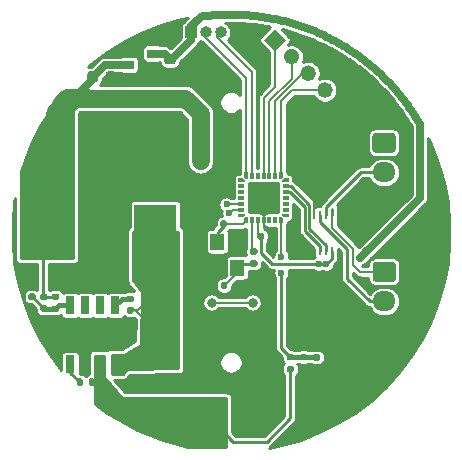
<source format=gtl>
G04 #@! TF.GenerationSoftware,KiCad,Pcbnew,(5.1.10)-1*
G04 #@! TF.CreationDate,2021-05-29T17:35:04+08:00*
G04 #@! TF.ProjectId,tiny_V1.0,74696e79-5f56-4312-9e30-2e6b69636164,rev?*
G04 #@! TF.SameCoordinates,Original*
G04 #@! TF.FileFunction,Copper,L1,Top*
G04 #@! TF.FilePolarity,Positive*
%FSLAX46Y46*%
G04 Gerber Fmt 4.6, Leading zero omitted, Abs format (unit mm)*
G04 Created by KiCad (PCBNEW (5.1.10)-1) date 2021-05-29 17:35:04*
%MOMM*%
%LPD*%
G01*
G04 APERTURE LIST*
G04 #@! TA.AperFunction,ComponentPad*
%ADD10O,1.950000X1.700000*%
G04 #@! TD*
G04 #@! TA.AperFunction,ComponentPad*
%ADD11C,3.000000*%
G04 #@! TD*
G04 #@! TA.AperFunction,ComponentPad*
%ADD12R,3.000000X3.000000*%
G04 #@! TD*
G04 #@! TA.AperFunction,SMDPad,CuDef*
%ADD13R,1.200000X1.400000*%
G04 #@! TD*
G04 #@! TA.AperFunction,SMDPad,CuDef*
%ADD14R,0.250000X0.750000*%
G04 #@! TD*
G04 #@! TA.AperFunction,SMDPad,CuDef*
%ADD15R,0.900000X0.800000*%
G04 #@! TD*
G04 #@! TA.AperFunction,SMDPad,CuDef*
%ADD16R,3.600000X4.100000*%
G04 #@! TD*
G04 #@! TA.AperFunction,ComponentPad*
%ADD17O,1.000000X1.000000*%
G04 #@! TD*
G04 #@! TA.AperFunction,ComponentPad*
%ADD18R,1.000000X1.000000*%
G04 #@! TD*
G04 #@! TA.AperFunction,ComponentPad*
%ADD19C,0.100000*%
G04 #@! TD*
G04 #@! TA.AperFunction,SMDPad,CuDef*
%ADD20R,3.502000X2.613000*%
G04 #@! TD*
G04 #@! TA.AperFunction,SMDPad,CuDef*
%ADD21R,0.802000X1.505000*%
G04 #@! TD*
G04 #@! TA.AperFunction,SMDPad,CuDef*
%ADD22C,0.100000*%
G04 #@! TD*
G04 #@! TA.AperFunction,SMDPad,CuDef*
%ADD23R,0.550000X0.300000*%
G04 #@! TD*
G04 #@! TA.AperFunction,SMDPad,CuDef*
%ADD24R,0.300000X0.550000*%
G04 #@! TD*
G04 #@! TA.AperFunction,SMDPad,CuDef*
%ADD25R,2.500000X3.300000*%
G04 #@! TD*
G04 #@! TA.AperFunction,ViaPad*
%ADD26C,0.800000*%
G04 #@! TD*
G04 #@! TA.AperFunction,ViaPad*
%ADD27C,0.600000*%
G04 #@! TD*
G04 #@! TA.AperFunction,Conductor*
%ADD28C,0.381000*%
G04 #@! TD*
G04 #@! TA.AperFunction,Conductor*
%ADD29C,0.203200*%
G04 #@! TD*
G04 #@! TA.AperFunction,Conductor*
%ADD30C,0.254000*%
G04 #@! TD*
G04 #@! TA.AperFunction,Conductor*
%ADD31C,0.635000*%
G04 #@! TD*
G04 #@! TA.AperFunction,Conductor*
%ADD32C,1.524000*%
G04 #@! TD*
G04 #@! TA.AperFunction,Conductor*
%ADD33C,0.100000*%
G04 #@! TD*
G04 APERTURE END LIST*
G04 #@! TA.AperFunction,SMDPad,CuDef*
G36*
G01*
X7076400Y-11271900D02*
X7416400Y-11271900D01*
G75*
G02*
X7556400Y-11411900I0J-140000D01*
G01*
X7556400Y-11691900D01*
G75*
G02*
X7416400Y-11831900I-140000J0D01*
G01*
X7076400Y-11831900D01*
G75*
G02*
X6936400Y-11691900I0J140000D01*
G01*
X6936400Y-11411900D01*
G75*
G02*
X7076400Y-11271900I140000J0D01*
G01*
G37*
G04 #@! TD.AperFunction*
G04 #@! TA.AperFunction,SMDPad,CuDef*
G36*
G01*
X7076400Y-10311900D02*
X7416400Y-10311900D01*
G75*
G02*
X7556400Y-10451900I0J-140000D01*
G01*
X7556400Y-10731900D01*
G75*
G02*
X7416400Y-10871900I-140000J0D01*
G01*
X7076400Y-10871900D01*
G75*
G02*
X6936400Y-10731900I0J140000D01*
G01*
X6936400Y-10451900D01*
G75*
G02*
X7076400Y-10311900I140000J0D01*
G01*
G37*
G04 #@! TD.AperFunction*
D10*
X12976640Y-8342680D03*
X12976640Y-5842680D03*
G04 #@! TA.AperFunction,ComponentPad*
G36*
G01*
X12251640Y-2492680D02*
X13701640Y-2492680D01*
G75*
G02*
X13951640Y-2742680I0J-250000D01*
G01*
X13951640Y-3942680D01*
G75*
G02*
X13701640Y-4192680I-250000J0D01*
G01*
X12251640Y-4192680D01*
G75*
G02*
X12001640Y-3942680I0J250000D01*
G01*
X12001640Y-2742680D01*
G75*
G02*
X12251640Y-2492680I250000J0D01*
G01*
G37*
G04 #@! TD.AperFunction*
X12953780Y2586940D03*
X12953780Y5086940D03*
G04 #@! TA.AperFunction,ComponentPad*
G36*
G01*
X12228780Y8436940D02*
X13678780Y8436940D01*
G75*
G02*
X13928780Y8186940I0J-250000D01*
G01*
X13928780Y6986940D01*
G75*
G02*
X13678780Y6736940I-250000J0D01*
G01*
X12228780Y6736940D01*
G75*
G02*
X11978780Y6986940I0J250000D01*
G01*
X11978780Y8186940D01*
G75*
G02*
X12228780Y8436940I250000J0D01*
G01*
G37*
G04 #@! TD.AperFunction*
D11*
X1916360Y-15582940D03*
D12*
X-1963640Y-15582940D03*
D13*
X-1162640Y-2994880D03*
X-1162640Y-794880D03*
X537360Y-794880D03*
X537360Y-2994880D03*
D14*
X8550120Y-1593220D03*
X8050120Y-1593220D03*
X7550120Y-1593220D03*
X7050120Y-1593220D03*
X7050120Y1506780D03*
X7550120Y1506780D03*
X8050120Y1506780D03*
X8550120Y1506780D03*
D15*
X-8660860Y14190940D03*
X-6660860Y15140940D03*
X-6660860Y13240940D03*
G04 #@! TA.AperFunction,SMDPad,CuDef*
G36*
G01*
X-16670660Y-5711260D02*
X-17040660Y-5711260D01*
G75*
G02*
X-17175660Y-5576260I0J135000D01*
G01*
X-17175660Y-5306260D01*
G75*
G02*
X-17040660Y-5171260I135000J0D01*
G01*
X-16670660Y-5171260D01*
G75*
G02*
X-16535660Y-5306260I0J-135000D01*
G01*
X-16535660Y-5576260D01*
G75*
G02*
X-16670660Y-5711260I-135000J0D01*
G01*
G37*
G04 #@! TD.AperFunction*
G04 #@! TA.AperFunction,SMDPad,CuDef*
G36*
G01*
X-16670660Y-6731260D02*
X-17040660Y-6731260D01*
G75*
G02*
X-17175660Y-6596260I0J135000D01*
G01*
X-17175660Y-6326260D01*
G75*
G02*
X-17040660Y-6191260I135000J0D01*
G01*
X-16670660Y-6191260D01*
G75*
G02*
X-16535660Y-6326260I0J-135000D01*
G01*
X-16535660Y-6596260D01*
G75*
G02*
X-16670660Y-6731260I-135000J0D01*
G01*
G37*
G04 #@! TD.AperFunction*
G04 #@! TA.AperFunction,SMDPad,CuDef*
G36*
G01*
X-14674220Y-5718880D02*
X-15044220Y-5718880D01*
G75*
G02*
X-15179220Y-5583880I0J135000D01*
G01*
X-15179220Y-5313880D01*
G75*
G02*
X-15044220Y-5178880I135000J0D01*
G01*
X-14674220Y-5178880D01*
G75*
G02*
X-14539220Y-5313880I0J-135000D01*
G01*
X-14539220Y-5583880D01*
G75*
G02*
X-14674220Y-5718880I-135000J0D01*
G01*
G37*
G04 #@! TD.AperFunction*
G04 #@! TA.AperFunction,SMDPad,CuDef*
G36*
G01*
X-14674220Y-6738880D02*
X-15044220Y-6738880D01*
G75*
G02*
X-15179220Y-6603880I0J135000D01*
G01*
X-15179220Y-6333880D01*
G75*
G02*
X-15044220Y-6198880I135000J0D01*
G01*
X-14674220Y-6198880D01*
G75*
G02*
X-14539220Y-6333880I0J-135000D01*
G01*
X-14539220Y-6603880D01*
G75*
G02*
X-14674220Y-6738880I-135000J0D01*
G01*
G37*
G04 #@! TD.AperFunction*
G04 #@! TA.AperFunction,SMDPad,CuDef*
G36*
G01*
X2112640Y-1893640D02*
X1742640Y-1893640D01*
G75*
G02*
X1607640Y-1758640I0J135000D01*
G01*
X1607640Y-1488640D01*
G75*
G02*
X1742640Y-1353640I135000J0D01*
G01*
X2112640Y-1353640D01*
G75*
G02*
X2247640Y-1488640I0J-135000D01*
G01*
X2247640Y-1758640D01*
G75*
G02*
X2112640Y-1893640I-135000J0D01*
G01*
G37*
G04 #@! TD.AperFunction*
G04 #@! TA.AperFunction,SMDPad,CuDef*
G36*
G01*
X2112640Y-2913640D02*
X1742640Y-2913640D01*
G75*
G02*
X1607640Y-2778640I0J135000D01*
G01*
X1607640Y-2508640D01*
G75*
G02*
X1742640Y-2373640I135000J0D01*
G01*
X2112640Y-2373640D01*
G75*
G02*
X2247640Y-2508640I0J-135000D01*
G01*
X2247640Y-2778640D01*
G75*
G02*
X2112640Y-2913640I-135000J0D01*
G01*
G37*
G04 #@! TD.AperFunction*
G04 #@! TA.AperFunction,SMDPad,CuDef*
G36*
G01*
X6316340Y-10826820D02*
X5946340Y-10826820D01*
G75*
G02*
X5811340Y-10691820I0J135000D01*
G01*
X5811340Y-10421820D01*
G75*
G02*
X5946340Y-10286820I135000J0D01*
G01*
X6316340Y-10286820D01*
G75*
G02*
X6451340Y-10421820I0J-135000D01*
G01*
X6451340Y-10691820D01*
G75*
G02*
X6316340Y-10826820I-135000J0D01*
G01*
G37*
G04 #@! TD.AperFunction*
G04 #@! TA.AperFunction,SMDPad,CuDef*
G36*
G01*
X6316340Y-11846820D02*
X5946340Y-11846820D01*
G75*
G02*
X5811340Y-11711820I0J135000D01*
G01*
X5811340Y-11441820D01*
G75*
G02*
X5946340Y-11306820I135000J0D01*
G01*
X6316340Y-11306820D01*
G75*
G02*
X6451340Y-11441820I0J-135000D01*
G01*
X6451340Y-11711820D01*
G75*
G02*
X6316340Y-11846820I-135000J0D01*
G01*
G37*
G04 #@! TD.AperFunction*
G04 #@! TA.AperFunction,SMDPad,CuDef*
G36*
G01*
X-12533820Y-12499800D02*
X-12533820Y-12869800D01*
G75*
G02*
X-12668820Y-13004800I-135000J0D01*
G01*
X-12938820Y-13004800D01*
G75*
G02*
X-13073820Y-12869800I0J135000D01*
G01*
X-13073820Y-12499800D01*
G75*
G02*
X-12938820Y-12364800I135000J0D01*
G01*
X-12668820Y-12364800D01*
G75*
G02*
X-12533820Y-12499800I0J-135000D01*
G01*
G37*
G04 #@! TD.AperFunction*
G04 #@! TA.AperFunction,SMDPad,CuDef*
G36*
G01*
X-11513820Y-12499800D02*
X-11513820Y-12869800D01*
G75*
G02*
X-11648820Y-13004800I-135000J0D01*
G01*
X-11918820Y-13004800D01*
G75*
G02*
X-12053820Y-12869800I0J135000D01*
G01*
X-12053820Y-12499800D01*
G75*
G02*
X-11918820Y-12364800I135000J0D01*
G01*
X-11648820Y-12364800D01*
G75*
G02*
X-11513820Y-12499800I0J-135000D01*
G01*
G37*
G04 #@! TD.AperFunction*
G04 #@! TA.AperFunction,SMDPad,CuDef*
G36*
G01*
X4846520Y-11311900D02*
X5216520Y-11311900D01*
G75*
G02*
X5351520Y-11446900I0J-135000D01*
G01*
X5351520Y-11716900D01*
G75*
G02*
X5216520Y-11851900I-135000J0D01*
G01*
X4846520Y-11851900D01*
G75*
G02*
X4711520Y-11716900I0J135000D01*
G01*
X4711520Y-11446900D01*
G75*
G02*
X4846520Y-11311900I135000J0D01*
G01*
G37*
G04 #@! TD.AperFunction*
G04 #@! TA.AperFunction,SMDPad,CuDef*
G36*
G01*
X4846520Y-10291900D02*
X5216520Y-10291900D01*
G75*
G02*
X5351520Y-10426900I0J-135000D01*
G01*
X5351520Y-10696900D01*
G75*
G02*
X5216520Y-10831900I-135000J0D01*
G01*
X4846520Y-10831900D01*
G75*
G02*
X4711520Y-10696900I0J135000D01*
G01*
X4711520Y-10426900D01*
G75*
G02*
X4846520Y-10291900I135000J0D01*
G01*
G37*
G04 #@! TD.AperFunction*
D16*
X-15895740Y309840D03*
X-6395740Y309840D03*
D17*
X423960Y16923980D03*
X-846040Y16923980D03*
X-2116040Y16923980D03*
D18*
X-3386040Y16923980D03*
G04 #@! TA.AperFunction,ComponentPad*
G36*
G01*
X7476064Y11574122D02*
X7476064Y11574122D01*
G75*
G02*
X7476064Y12528716I477297J477297D01*
G01*
X7476064Y12528716D01*
G75*
G02*
X8430658Y12528716I477297J-477297D01*
G01*
X8430658Y12528716D01*
G75*
G02*
X8430658Y11574122I-477297J-477297D01*
G01*
X8430658Y11574122D01*
G75*
G02*
X7476064Y11574122I-477297J477297D01*
G01*
G37*
G04 #@! TD.AperFunction*
G04 #@! TA.AperFunction,ComponentPad*
G36*
G01*
X6061850Y12988336D02*
X6061850Y12988336D01*
G75*
G02*
X6061850Y13942930I477297J477297D01*
G01*
X6061850Y13942930D01*
G75*
G02*
X7016444Y13942930I477297J-477297D01*
G01*
X7016444Y13942930D01*
G75*
G02*
X7016444Y12988336I-477297J-477297D01*
G01*
X7016444Y12988336D01*
G75*
G02*
X6061850Y12988336I-477297J477297D01*
G01*
G37*
G04 #@! TD.AperFunction*
G04 #@! TA.AperFunction,ComponentPad*
G36*
G01*
X4647637Y14402549D02*
X4647637Y14402549D01*
G75*
G02*
X4647637Y15357143I477297J477297D01*
G01*
X4647637Y15357143D01*
G75*
G02*
X5602231Y15357143I477297J-477297D01*
G01*
X5602231Y15357143D01*
G75*
G02*
X5602231Y14402549I-477297J-477297D01*
G01*
X5602231Y14402549D01*
G75*
G02*
X4647637Y14402549I-477297J477297D01*
G01*
G37*
G04 #@! TD.AperFunction*
G04 #@! TA.AperFunction,ComponentPad*
D19*
G36*
X3710720Y15339466D02*
G01*
X2756126Y16294060D01*
X3710720Y17248654D01*
X4665314Y16294060D01*
X3710720Y15339466D01*
G37*
G04 #@! TD.AperFunction*
D20*
X-11696920Y-8686840D03*
D21*
X-9791920Y-11184340D03*
X-11061920Y-11184340D03*
X-12331920Y-11184340D03*
X-13601920Y-11184340D03*
X-13601920Y-6189340D03*
X-12331920Y-6189340D03*
X-11061920Y-6189340D03*
X-9791920Y-6189340D03*
G04 #@! TA.AperFunction,SMDPad,CuDef*
D22*
G36*
X1005680Y4576040D02*
G01*
X1155680Y4426040D01*
X1155680Y4276040D01*
X605680Y4276040D01*
X605680Y4576040D01*
X1005680Y4576040D01*
G37*
G04 #@! TD.AperFunction*
G04 #@! TA.AperFunction,SMDPad,CuDef*
G36*
X4405680Y4676040D02*
G01*
X4255680Y4526040D01*
X4105680Y4526040D01*
X4105680Y5076040D01*
X4405680Y5076040D01*
X4405680Y4676040D01*
G37*
G04 #@! TD.AperFunction*
G04 #@! TA.AperFunction,SMDPad,CuDef*
G36*
X4505680Y1276040D02*
G01*
X4355680Y1426040D01*
X4355680Y1576040D01*
X4905680Y1576040D01*
X4905680Y1276040D01*
X4505680Y1276040D01*
G37*
G04 #@! TD.AperFunction*
G04 #@! TA.AperFunction,SMDPad,CuDef*
G36*
X1105680Y1176040D02*
G01*
X1255680Y1326040D01*
X1405680Y1326040D01*
X1405680Y776040D01*
X1105680Y776040D01*
X1105680Y1176040D01*
G37*
G04 #@! TD.AperFunction*
G04 #@! TA.AperFunction,SMDPad,CuDef*
G36*
X4105680Y1326040D02*
G01*
X4255680Y1326040D01*
X4405680Y1176040D01*
X4405680Y776040D01*
X4105680Y776040D01*
X4105680Y1326040D01*
G37*
G04 #@! TD.AperFunction*
G04 #@! TA.AperFunction,SMDPad,CuDef*
G36*
X4355680Y4276040D02*
G01*
X4355680Y4426040D01*
X4505680Y4576040D01*
X4905680Y4576040D01*
X4905680Y4276040D01*
X4355680Y4276040D01*
G37*
G04 #@! TD.AperFunction*
G04 #@! TA.AperFunction,SMDPad,CuDef*
G36*
X1405680Y4526040D02*
G01*
X1255680Y4526040D01*
X1105680Y4676040D01*
X1105680Y5076040D01*
X1405680Y5076040D01*
X1405680Y4526040D01*
G37*
G04 #@! TD.AperFunction*
G04 #@! TA.AperFunction,SMDPad,CuDef*
G36*
X1155680Y1576040D02*
G01*
X1155680Y1426040D01*
X1005680Y1276040D01*
X605680Y1276040D01*
X605680Y1576040D01*
X1155680Y1576040D01*
G37*
G04 #@! TD.AperFunction*
D23*
X880680Y1926040D03*
X880680Y2426040D03*
X880680Y2926040D03*
X880680Y3426040D03*
X880680Y3926040D03*
D24*
X1755680Y4801040D03*
X2255680Y4801040D03*
X2755680Y4801040D03*
X3255680Y4801040D03*
X3755680Y4801040D03*
D23*
X4630680Y3926040D03*
X4630680Y3426040D03*
X4630680Y2926040D03*
X4630680Y2426040D03*
X4630680Y1926040D03*
D24*
X3755680Y1051040D03*
X3255680Y1051040D03*
X2755680Y1051040D03*
X2255680Y1051040D03*
X1755680Y1051040D03*
D25*
X527040Y-8481100D03*
X-6272960Y-8481100D03*
G04 #@! TA.AperFunction,SMDPad,CuDef*
G36*
G01*
X-4971239Y-13341820D02*
X-6271241Y-13341820D01*
G75*
G02*
X-6521240Y-13091821I0J249999D01*
G01*
X-6521240Y-12441819D01*
G75*
G02*
X-6271241Y-12191820I249999J0D01*
G01*
X-4971239Y-12191820D01*
G75*
G02*
X-4721240Y-12441819I0J-249999D01*
G01*
X-4721240Y-13091821D01*
G75*
G02*
X-4971239Y-13341820I-249999J0D01*
G01*
G37*
G04 #@! TD.AperFunction*
G04 #@! TA.AperFunction,SMDPad,CuDef*
G36*
G01*
X-4971239Y-16291820D02*
X-6271241Y-16291820D01*
G75*
G02*
X-6521240Y-16041821I0J249999D01*
G01*
X-6521240Y-15391819D01*
G75*
G02*
X-6271241Y-15141820I249999J0D01*
G01*
X-4971239Y-15141820D01*
G75*
G02*
X-4721240Y-15391819I0J-249999D01*
G01*
X-4721240Y-16041821D01*
G75*
G02*
X-4971239Y-16291820I-249999J0D01*
G01*
G37*
G04 #@! TD.AperFunction*
G04 #@! TA.AperFunction,SMDPad,CuDef*
G36*
G01*
X-5421660Y13589080D02*
X-4921660Y13589080D01*
G75*
G02*
X-4696660Y13364080I0J-225000D01*
G01*
X-4696660Y12914080D01*
G75*
G02*
X-4921660Y12689080I-225000J0D01*
G01*
X-5421660Y12689080D01*
G75*
G02*
X-5646660Y12914080I0J225000D01*
G01*
X-5646660Y13364080D01*
G75*
G02*
X-5421660Y13589080I225000J0D01*
G01*
G37*
G04 #@! TD.AperFunction*
G04 #@! TA.AperFunction,SMDPad,CuDef*
G36*
G01*
X-5421660Y15139080D02*
X-4921660Y15139080D01*
G75*
G02*
X-4696660Y14914080I0J-225000D01*
G01*
X-4696660Y14464080D01*
G75*
G02*
X-4921660Y14239080I-225000J0D01*
G01*
X-5421660Y14239080D01*
G75*
G02*
X-5646660Y14464080I0J225000D01*
G01*
X-5646660Y14914080D01*
G75*
G02*
X-5421660Y15139080I225000J0D01*
G01*
G37*
G04 #@! TD.AperFunction*
G04 #@! TA.AperFunction,SMDPad,CuDef*
G36*
G01*
X-874640Y-4676000D02*
X-874640Y-4336000D01*
G75*
G02*
X-734640Y-4196000I140000J0D01*
G01*
X-454640Y-4196000D01*
G75*
G02*
X-314640Y-4336000I0J-140000D01*
G01*
X-314640Y-4676000D01*
G75*
G02*
X-454640Y-4816000I-140000J0D01*
G01*
X-734640Y-4816000D01*
G75*
G02*
X-874640Y-4676000I0J140000D01*
G01*
G37*
G04 #@! TD.AperFunction*
G04 #@! TA.AperFunction,SMDPad,CuDef*
G36*
G01*
X-1834640Y-4676000D02*
X-1834640Y-4336000D01*
G75*
G02*
X-1694640Y-4196000I140000J0D01*
G01*
X-1414640Y-4196000D01*
G75*
G02*
X-1274640Y-4336000I0J-140000D01*
G01*
X-1274640Y-4676000D01*
G75*
G02*
X-1414640Y-4816000I-140000J0D01*
G01*
X-1694640Y-4816000D01*
G75*
G02*
X-1834640Y-4676000I0J140000D01*
G01*
G37*
G04 #@! TD.AperFunction*
G04 #@! TA.AperFunction,SMDPad,CuDef*
G36*
G01*
X-912740Y538620D02*
X-912740Y878620D01*
G75*
G02*
X-772740Y1018620I140000J0D01*
G01*
X-492740Y1018620D01*
G75*
G02*
X-352740Y878620I0J-140000D01*
G01*
X-352740Y538620D01*
G75*
G02*
X-492740Y398620I-140000J0D01*
G01*
X-772740Y398620D01*
G75*
G02*
X-912740Y538620I0J140000D01*
G01*
G37*
G04 #@! TD.AperFunction*
G04 #@! TA.AperFunction,SMDPad,CuDef*
G36*
G01*
X-1872740Y538620D02*
X-1872740Y878620D01*
G75*
G02*
X-1732740Y1018620I140000J0D01*
G01*
X-1452740Y1018620D01*
G75*
G02*
X-1312740Y878620I0J-140000D01*
G01*
X-1312740Y538620D01*
G75*
G02*
X-1452740Y398620I-140000J0D01*
G01*
X-1732740Y398620D01*
G75*
G02*
X-1872740Y538620I0J140000D01*
G01*
G37*
G04 #@! TD.AperFunction*
G04 #@! TA.AperFunction,SMDPad,CuDef*
G36*
G01*
X-10609920Y12917320D02*
X-10609920Y13417320D01*
G75*
G02*
X-10384920Y13642320I225000J0D01*
G01*
X-9934920Y13642320D01*
G75*
G02*
X-9709920Y13417320I0J-225000D01*
G01*
X-9709920Y12917320D01*
G75*
G02*
X-9934920Y12692320I-225000J0D01*
G01*
X-10384920Y12692320D01*
G75*
G02*
X-10609920Y12917320I0J225000D01*
G01*
G37*
G04 #@! TD.AperFunction*
G04 #@! TA.AperFunction,SMDPad,CuDef*
G36*
G01*
X-12159920Y12917320D02*
X-12159920Y13417320D01*
G75*
G02*
X-11934920Y13642320I225000J0D01*
G01*
X-11484920Y13642320D01*
G75*
G02*
X-11259920Y13417320I0J-225000D01*
G01*
X-11259920Y12917320D01*
G75*
G02*
X-11484920Y12692320I-225000J0D01*
G01*
X-11934920Y12692320D01*
G75*
G02*
X-12159920Y12917320I0J225000D01*
G01*
G37*
G04 #@! TD.AperFunction*
G04 #@! TA.AperFunction,SMDPad,CuDef*
G36*
G01*
X-14341900Y7457161D02*
X-14341900Y6157159D01*
G75*
G02*
X-14591899Y5907160I-249999J0D01*
G01*
X-15241901Y5907160D01*
G75*
G02*
X-15491900Y6157159I0J249999D01*
G01*
X-15491900Y7457161D01*
G75*
G02*
X-15241901Y7707160I249999J0D01*
G01*
X-14591899Y7707160D01*
G75*
G02*
X-14341900Y7457161I0J-249999D01*
G01*
G37*
G04 #@! TD.AperFunction*
G04 #@! TA.AperFunction,SMDPad,CuDef*
G36*
G01*
X-11391900Y7457161D02*
X-11391900Y6157159D01*
G75*
G02*
X-11641899Y5907160I-249999J0D01*
G01*
X-12291901Y5907160D01*
G75*
G02*
X-12541900Y6157159I0J249999D01*
G01*
X-12541900Y7457161D01*
G75*
G02*
X-12291901Y7707160I249999J0D01*
G01*
X-11641899Y7707160D01*
G75*
G02*
X-11391900Y7457161I0J-249999D01*
G01*
G37*
G04 #@! TD.AperFunction*
G04 #@! TA.AperFunction,SMDPad,CuDef*
G36*
G01*
X-14331740Y9748241D02*
X-14331740Y8448239D01*
G75*
G02*
X-14581739Y8198240I-249999J0D01*
G01*
X-15231741Y8198240D01*
G75*
G02*
X-15481740Y8448239I0J249999D01*
G01*
X-15481740Y9748241D01*
G75*
G02*
X-15231741Y9998240I249999J0D01*
G01*
X-14581739Y9998240D01*
G75*
G02*
X-14331740Y9748241I0J-249999D01*
G01*
G37*
G04 #@! TD.AperFunction*
G04 #@! TA.AperFunction,SMDPad,CuDef*
G36*
G01*
X-11381740Y9748241D02*
X-11381740Y8448239D01*
G75*
G02*
X-11631739Y8198240I-249999J0D01*
G01*
X-12281741Y8198240D01*
G75*
G02*
X-12531740Y8448239I0J249999D01*
G01*
X-12531740Y9748241D01*
G75*
G02*
X-12281741Y9998240I249999J0D01*
G01*
X-11631739Y9998240D01*
G75*
G02*
X-11381740Y9748241I0J-249999D01*
G01*
G37*
G04 #@! TD.AperFunction*
G04 #@! TA.AperFunction,SMDPad,CuDef*
G36*
G01*
X-7328359Y-13362140D02*
X-8628361Y-13362140D01*
G75*
G02*
X-8878360Y-13112141I0J249999D01*
G01*
X-8878360Y-12462139D01*
G75*
G02*
X-8628361Y-12212140I249999J0D01*
G01*
X-7328359Y-12212140D01*
G75*
G02*
X-7078360Y-12462139I0J-249999D01*
G01*
X-7078360Y-13112141D01*
G75*
G02*
X-7328359Y-13362140I-249999J0D01*
G01*
G37*
G04 #@! TD.AperFunction*
G04 #@! TA.AperFunction,SMDPad,CuDef*
G36*
G01*
X-7328359Y-16312140D02*
X-8628361Y-16312140D01*
G75*
G02*
X-8878360Y-16062141I0J249999D01*
G01*
X-8878360Y-15412139D01*
G75*
G02*
X-8628361Y-15162140I249999J0D01*
G01*
X-7328359Y-15162140D01*
G75*
G02*
X-7078360Y-15412139I0J-249999D01*
G01*
X-7078360Y-16062141D01*
G75*
G02*
X-7328359Y-16312140I-249999J0D01*
G01*
G37*
G04 #@! TD.AperFunction*
G04 #@! TA.AperFunction,SMDPad,CuDef*
G36*
G01*
X-15687440Y-5751260D02*
X-16027440Y-5751260D01*
G75*
G02*
X-16167440Y-5611260I0J140000D01*
G01*
X-16167440Y-5331260D01*
G75*
G02*
X-16027440Y-5191260I140000J0D01*
G01*
X-15687440Y-5191260D01*
G75*
G02*
X-15547440Y-5331260I0J-140000D01*
G01*
X-15547440Y-5611260D01*
G75*
G02*
X-15687440Y-5751260I-140000J0D01*
G01*
G37*
G04 #@! TD.AperFunction*
G04 #@! TA.AperFunction,SMDPad,CuDef*
G36*
G01*
X-15687440Y-6711260D02*
X-16027440Y-6711260D01*
G75*
G02*
X-16167440Y-6571260I0J140000D01*
G01*
X-16167440Y-6291260D01*
G75*
G02*
X-16027440Y-6151260I140000J0D01*
G01*
X-15687440Y-6151260D01*
G75*
G02*
X-15547440Y-6291260I0J-140000D01*
G01*
X-15547440Y-6571260D01*
G75*
G02*
X-15687440Y-6711260I-140000J0D01*
G01*
G37*
G04 #@! TD.AperFunction*
G04 #@! TA.AperFunction,SMDPad,CuDef*
G36*
G01*
X-8349380Y-5908740D02*
X-8689380Y-5908740D01*
G75*
G02*
X-8829380Y-5768740I0J140000D01*
G01*
X-8829380Y-5488740D01*
G75*
G02*
X-8689380Y-5348740I140000J0D01*
G01*
X-8349380Y-5348740D01*
G75*
G02*
X-8209380Y-5488740I0J-140000D01*
G01*
X-8209380Y-5768740D01*
G75*
G02*
X-8349380Y-5908740I-140000J0D01*
G01*
G37*
G04 #@! TD.AperFunction*
G04 #@! TA.AperFunction,SMDPad,CuDef*
G36*
G01*
X-8349380Y-6868740D02*
X-8689380Y-6868740D01*
G75*
G02*
X-8829380Y-6728740I0J140000D01*
G01*
X-8829380Y-6448740D01*
G75*
G02*
X-8689380Y-6308740I140000J0D01*
G01*
X-8349380Y-6308740D01*
G75*
G02*
X-8209380Y-6448740I0J-140000D01*
G01*
X-8209380Y-6728740D01*
G75*
G02*
X-8349380Y-6868740I-140000J0D01*
G01*
G37*
G04 #@! TD.AperFunction*
G04 #@! TA.AperFunction,SMDPad,CuDef*
G36*
G01*
X3199520Y-497700D02*
X3199520Y-157700D01*
G75*
G02*
X3339520Y-17700I140000J0D01*
G01*
X3619520Y-17700D01*
G75*
G02*
X3759520Y-157700I0J-140000D01*
G01*
X3759520Y-497700D01*
G75*
G02*
X3619520Y-637700I-140000J0D01*
G01*
X3339520Y-637700D01*
G75*
G02*
X3199520Y-497700I0J140000D01*
G01*
G37*
G04 #@! TD.AperFunction*
G04 #@! TA.AperFunction,SMDPad,CuDef*
G36*
G01*
X2239520Y-497700D02*
X2239520Y-157700D01*
G75*
G02*
X2379520Y-17700I140000J0D01*
G01*
X2659520Y-17700D01*
G75*
G02*
X2799520Y-157700I0J-140000D01*
G01*
X2799520Y-497700D01*
G75*
G02*
X2659520Y-637700I-140000J0D01*
G01*
X2379520Y-637700D01*
G75*
G02*
X2239520Y-497700I0J140000D01*
G01*
G37*
G04 #@! TD.AperFunction*
D26*
X3200180Y2481540D03*
X2163860Y2552660D03*
X7314980Y8402280D03*
X7254020Y3657560D03*
X7274340Y5852120D03*
X-3949920Y13860740D03*
X-3955000Y12865060D03*
X-8493980Y13020000D03*
X-7693880Y13007300D03*
D27*
X-11046680Y-11264940D03*
D26*
X-10579320Y-9321840D03*
X-11689300Y-9321840D03*
X-12735780Y-9296440D03*
X-10553920Y-8100100D03*
X-11638500Y-8074700D03*
X-12748480Y-8087400D03*
X5336320Y-261660D03*
X5920520Y-1432600D03*
X6649500Y-7899440D03*
X10403620Y-7942620D03*
X8475760Y-5290860D03*
X6065300Y-14787920D03*
X10690640Y-13015000D03*
X-15588200Y-8074700D03*
X-14838900Y-9746020D03*
X-3464780Y-12753380D03*
X-2057620Y-12753380D03*
X-6804880Y-12702580D03*
X2199420Y3571200D03*
X3164620Y3561040D03*
X-9814780Y9786580D03*
X-8560020Y9804360D03*
X-7254460Y9822140D03*
X-5484080Y9855160D03*
X-2532600Y12105600D03*
X6527580Y-5318800D03*
X2003840Y15039300D03*
X2722660Y13825180D03*
D27*
X7414040Y-2697520D03*
X8074824Y-2697516D03*
X10944640Y-2131100D03*
X11420890Y-1644690D03*
D26*
X-12911040Y11793180D03*
X-14402020Y10886400D03*
X-13487620Y10878780D03*
X-13911800Y11755080D03*
X-2568160Y7787600D03*
X-3485100Y10939740D03*
X-2568160Y8724860D03*
X-2590000Y9884120D03*
X-2568160Y6454100D03*
D27*
X4266980Y-3401100D03*
X4266980Y-2044740D03*
X-11041600Y-12392700D03*
X-10998420Y-13213120D03*
X-142170Y1650960D03*
D26*
X-1643600Y-5946180D03*
X1828580Y-5946180D03*
D27*
X-378571Y2368643D03*
D28*
X7221480Y-11576820D02*
X7246400Y-11551900D01*
X6131340Y-11576820D02*
X7221480Y-11576820D01*
D29*
X2755680Y1960840D02*
X2163860Y2552660D01*
X2755680Y1051040D02*
X2755680Y1960840D01*
X7050120Y3453660D02*
X7254020Y3657560D01*
X7050120Y1506780D02*
X7050120Y3453660D01*
X2755680Y396140D02*
X3479520Y-327700D01*
X2755680Y1051040D02*
X2755680Y396140D01*
D30*
X-1554640Y-3386880D02*
X-1162640Y-2994880D01*
X-1554640Y-4506000D02*
X-1554640Y-3386880D01*
D31*
X11452640Y-1612940D02*
X11452640Y-1612940D01*
D30*
X7414040Y-2697520D02*
X8074820Y-2697520D01*
X8074820Y-2697520D02*
X8074824Y-2697516D01*
X8550120Y-1593220D02*
X8550120Y-2222220D01*
X8550120Y-2222220D02*
X8074824Y-2697516D01*
D31*
X11420890Y-1654850D02*
X11420890Y-1644690D01*
X10944640Y-2131100D02*
X11420890Y-1654850D01*
X-5623520Y15140940D02*
X-5171660Y14689080D01*
X-6660860Y15140940D02*
X-5623520Y15140940D01*
X-3386040Y16923980D02*
X-3487940Y16923980D01*
X-3386040Y16311840D02*
X-3386040Y16923980D01*
X-5008800Y14689080D02*
X-3386040Y16311840D01*
X-5171660Y14689080D02*
X-5008800Y14689080D01*
X15263460Y10329301D02*
X15411674Y10106828D01*
X15411674Y10106828D02*
X15556726Y9882102D01*
X15111908Y10549782D02*
X15263460Y10329301D01*
X15981460Y9179098D02*
X15981460Y2915880D01*
X14638477Y11197441D02*
X14799433Y10983827D01*
X15556726Y9882102D02*
X15698476Y9655336D01*
X14474484Y11408637D02*
X14638477Y11197441D01*
X15836927Y9426526D02*
X15972046Y9195728D01*
X14307414Y11617469D02*
X14474484Y11408637D01*
X13427600Y12624074D02*
X13609409Y12427858D01*
X13243086Y12817501D02*
X13427600Y12624074D01*
X13055634Y13008384D02*
X13243086Y12817501D01*
X12279057Y13743814D02*
X12477150Y13564231D01*
X4305698Y17920062D02*
X4565230Y17855709D01*
X7345241Y16903109D02*
X7589704Y16794762D01*
X15698476Y9655336D02*
X15836927Y9426526D01*
X4045147Y17980669D02*
X4305698Y17920062D01*
X14957269Y10767905D02*
X15111908Y10549782D01*
X3521694Y18090476D02*
X3783867Y18037461D01*
X12672686Y13381730D02*
X12865480Y13196480D01*
X2731087Y18226596D02*
X2995265Y18185049D01*
X2201018Y18298174D02*
X2466373Y18264300D01*
X1935363Y18328176D02*
X2201018Y18298174D01*
X10822116Y14918092D02*
X11037438Y14759493D01*
X13964282Y12027739D02*
X14137343Y11823840D01*
X1402660Y18376620D02*
X1669190Y18354330D01*
X13609409Y12427858D02*
X13788264Y12229123D01*
X1669190Y18354330D02*
X1935363Y18328176D01*
X601621Y18420252D02*
X868838Y18409583D01*
X7832611Y16682861D02*
X8073872Y16567445D01*
X12477150Y13564231D02*
X12672686Y13381730D01*
X334278Y18427042D02*
X601621Y18420252D01*
X10604509Y15073554D02*
X10822116Y14918092D01*
X-3386040Y16923980D02*
X-3386040Y17434874D01*
X10162663Y15374912D02*
X10384615Y15225880D01*
X-3386040Y17434874D02*
X-2571266Y18249648D01*
X2995265Y18185049D02*
X3258954Y18139648D01*
X14799433Y10983827D02*
X14957269Y10767905D01*
X-1536024Y18365955D02*
X-1269259Y18386317D01*
X14137343Y11823840D02*
X14307414Y11617469D01*
X-2333826Y18281711D02*
X-2068238Y18313658D01*
X13788264Y12229123D02*
X13964282Y12027739D01*
X-467963Y18424134D02*
X-200598Y18428983D01*
X-1269259Y18386317D02*
X-1002394Y18402795D01*
X9483893Y15802640D02*
X9712257Y15663324D01*
X-2571266Y18249648D02*
X-2333826Y18281711D01*
X11669307Y14265165D02*
X11875033Y14094369D01*
X-200598Y18428983D02*
X66849Y18429952D01*
X3783867Y18037461D02*
X4045147Y17980669D01*
X5593342Y17560813D02*
X5847620Y17477785D01*
X-1002394Y18402795D02*
X-735257Y18415403D01*
X868838Y18409583D02*
X1135919Y18395035D01*
X11250426Y14597793D02*
X11461084Y14432991D01*
X-735257Y18415403D02*
X-467963Y18424134D01*
X11875033Y14094369D02*
X12078327Y13920549D01*
X4823818Y17787592D02*
X5081450Y17715714D01*
X6100561Y17391113D02*
X6352290Y17300754D01*
X8073872Y16567445D02*
X8313419Y16448548D01*
X5081450Y17715714D02*
X5337924Y17640131D01*
X8787219Y16200383D02*
X9021358Y16071177D01*
X5337924Y17640131D02*
X5593342Y17560813D01*
X6352290Y17300754D02*
X6602676Y17206753D01*
X12078327Y13920549D02*
X12279057Y13743814D01*
X6602676Y17206753D02*
X6851648Y17109138D01*
X15972046Y9195728D02*
X15981460Y9179098D01*
X6851648Y17109138D02*
X7099107Y17007950D01*
X15981460Y2915880D02*
X11420890Y-1644690D01*
X3258954Y18139648D02*
X3521694Y18090476D01*
X10384615Y15225880D02*
X10604509Y15073554D01*
X12865480Y13196480D02*
X13055634Y13008384D01*
X7099107Y17007950D02*
X7345241Y16903109D01*
X1135919Y18395035D02*
X1402660Y18376620D01*
X7589704Y16794762D02*
X7832611Y16682861D01*
X-2068238Y18313658D02*
X-1802234Y18341746D01*
X8313419Y16448548D02*
X8551221Y16326184D01*
X5847620Y17477785D02*
X6100561Y17391113D01*
X8551221Y16326184D02*
X8787219Y16200383D01*
X4565230Y17855709D02*
X4823818Y17787592D01*
X9712257Y15663324D02*
X9938445Y15520790D01*
X9021358Y16071177D02*
X9253624Y15938572D01*
X-1802234Y18341746D02*
X-1536024Y18365955D01*
X9253624Y15938572D02*
X9483893Y15802640D01*
X9938445Y15520790D02*
X10162663Y15374912D01*
X66849Y18429952D02*
X334278Y18427042D01*
X11037438Y14759493D02*
X11250426Y14597793D01*
X2466373Y18264300D02*
X2731087Y18226596D01*
X11461084Y14432991D02*
X11669307Y14265165D01*
D30*
X2519520Y-1706980D02*
X2519520Y-327700D01*
X3510060Y-2697520D02*
X2519520Y-1706980D01*
X7414040Y-2697520D02*
X3510060Y-2697520D01*
D29*
X2255680Y1051040D02*
X2283251Y1023469D01*
X2283251Y-91431D02*
X2519520Y-327700D01*
X2283251Y1023469D02*
X2283251Y-91431D01*
X1755680Y13545020D02*
X1755680Y4801040D01*
X-1214340Y16515040D02*
X1755680Y13545020D01*
X-1214340Y16901120D02*
X-1214340Y16515040D01*
X1255680Y13087440D02*
X1255680Y4876040D01*
X-2484340Y16827460D02*
X1255680Y13087440D01*
X-2484340Y16901120D02*
X-2484340Y16827460D01*
D28*
X-9231320Y-5628740D02*
X-8519380Y-5628740D01*
X-9791920Y-6189340D02*
X-9231320Y-5628740D01*
D29*
X-8165320Y-6588740D02*
X-6272960Y-8481100D01*
X-8519380Y-6588740D02*
X-8165320Y-6588740D01*
X-7894480Y-6588740D02*
X-8519380Y-6588740D01*
X-6395740Y-5090000D02*
X-7894480Y-6588740D01*
X-6395740Y309840D02*
X-6395740Y-5090000D01*
D32*
X-14906740Y9098240D02*
X-14906740Y10062457D01*
X-14672396Y10401984D02*
X-14519875Y10613846D01*
X-14821780Y10188000D02*
X-14672396Y10401984D01*
X-14906740Y10062457D02*
X-14821780Y10188000D01*
X-14205767Y11030714D02*
X-14044216Y11235680D01*
X-14364363Y10823379D02*
X-14205767Y11030714D01*
X-14519875Y10613846D02*
X-14364363Y10823379D01*
X-14044216Y11235680D02*
X-13961696Y11318200D01*
X-13961696Y11318200D02*
X-3863560Y11318200D01*
X-3863560Y11318200D02*
X-3485100Y10939740D01*
X-2568160Y10022800D02*
X-2568160Y8724860D01*
X-2568160Y7787600D02*
X-2568160Y6454100D01*
X-3485100Y10939740D02*
X-2568160Y10022800D01*
X-2568160Y8724860D02*
X-2568160Y7787600D01*
X-2568160Y6454100D02*
X-2568160Y6037540D01*
D31*
X-10686300Y14190940D02*
X-8660860Y14190940D01*
X-11709920Y13167320D02*
X-10686300Y14190940D01*
X-11709920Y12994300D02*
X-12911040Y11793180D01*
X-11709920Y13167320D02*
X-11709920Y12994300D01*
D30*
X-15835060Y-5448880D02*
X-15857440Y-5471260D01*
X-14859220Y-5448880D02*
X-15835060Y-5448880D01*
X-15895740Y-5432960D02*
X-15857440Y-5471260D01*
X-15895740Y309840D02*
X-15895740Y-5432960D01*
X8550120Y1506780D02*
X8550120Y2002180D01*
D29*
X8550120Y382800D02*
X8550120Y1506780D01*
X10345200Y-1412280D02*
X8550120Y382800D01*
X10345200Y-2783880D02*
X10345200Y-1412280D01*
X10904000Y-3342680D02*
X10345200Y-2783880D01*
X12976640Y-3342680D02*
X10904000Y-3342680D01*
D28*
X-14579680Y-6189340D02*
X-14859220Y-6468880D01*
X-13601920Y-6189340D02*
X-14579680Y-6189340D01*
X-15819820Y-6468880D02*
X-15857440Y-6431260D01*
X-14859220Y-6468880D02*
X-15819820Y-6468880D01*
D30*
X-16847440Y-5441260D02*
X-15857440Y-6431260D01*
X-16855660Y-5441260D02*
X-16847440Y-5441260D01*
X-13601920Y-11886700D02*
X-13601920Y-11184340D01*
X-12803820Y-12684800D02*
X-13601920Y-11886700D01*
X6237301Y147771D02*
X7550120Y-1165048D01*
X6237300Y2172592D02*
X6237301Y147771D01*
X7550120Y-1165048D02*
X7550120Y-1593220D01*
X4983852Y3426040D02*
X6237300Y2172592D01*
X4630680Y3426040D02*
X4983852Y3426040D01*
X8050120Y-1090298D02*
X8050120Y-1593220D01*
X6643710Y316112D02*
X8050120Y-1090298D01*
X6643710Y2340932D02*
X6643710Y316112D01*
X5058602Y3926040D02*
X6643710Y2340932D01*
X4630680Y3926040D02*
X5058602Y3926040D01*
X7550120Y1506780D02*
X7550120Y843970D01*
X7550120Y843970D02*
X9821960Y-1427870D01*
X9821960Y-1427870D02*
X9821960Y-3917000D01*
X9821960Y-3917000D02*
X11747640Y-5842680D01*
X11747640Y-5842680D02*
X12976640Y-5842680D01*
X11001280Y5086940D02*
X12953780Y5086940D01*
X8050120Y2135780D02*
X11001280Y5086940D01*
X8050120Y1506780D02*
X8050120Y2135780D01*
D29*
X988260Y708620D02*
X-632740Y708620D01*
X1255680Y976040D02*
X988260Y708620D01*
D30*
X-1140680Y-772920D02*
X-1162640Y-794880D01*
X-1140680Y40600D02*
X-1140680Y-772920D01*
X-632740Y548540D02*
X-1140680Y40600D01*
X-632740Y708620D02*
X-632740Y548540D01*
D29*
X650020Y-3261340D02*
X650020Y-2643640D01*
X-594640Y-4506000D02*
X650020Y-3261340D01*
D30*
X888600Y-2643640D02*
X537360Y-2994880D01*
X1927640Y-2643640D02*
X888600Y-2643640D01*
D29*
X3710720Y12336740D02*
X3710720Y16294060D01*
X2755680Y11381700D02*
X3710720Y12336740D01*
X2755680Y4801040D02*
X2755680Y11381700D01*
X5124934Y13027054D02*
X5124934Y14879846D01*
X3255680Y11157800D02*
X5124934Y13027054D01*
X3255680Y4801040D02*
X3255680Y11157800D01*
X3755680Y4801040D02*
X3755680Y11154892D01*
X3755680Y11154892D02*
X6066421Y13465633D01*
X6066421Y13465633D02*
X6539147Y13465633D01*
X1755680Y313140D02*
X1755680Y1051040D01*
X1755680Y-1451680D02*
X1755680Y313140D01*
X1927640Y-1623640D02*
X1755680Y-1451680D01*
D28*
X7216400Y-10561900D02*
X7246400Y-10591900D01*
X5031520Y-10561900D02*
X7216400Y-10561900D01*
D29*
X4255680Y976040D02*
X4255680Y-2033440D01*
X4255680Y-2033440D02*
X4266980Y-2044740D01*
D30*
X4261900Y-3406180D02*
X4266980Y-3401100D01*
X4261900Y-9792280D02*
X4261900Y-3406180D01*
X5031520Y-10561900D02*
X4261900Y-9792280D01*
D29*
X-11491720Y-12392700D02*
X-11783820Y-12684800D01*
X-11041600Y-12392700D02*
X-11491720Y-12392700D01*
D30*
X205520Y-17752100D02*
X-1963640Y-15582940D01*
X3014760Y-17752100D02*
X205520Y-17752100D01*
X5031520Y-15735340D02*
X3014760Y-17752100D01*
X5031520Y-11581900D02*
X5031520Y-15735340D01*
D29*
X5198319Y12051419D02*
X7953361Y12051419D01*
X4255680Y11108780D02*
X5198319Y12051419D01*
X4255680Y4876040D02*
X4255680Y11108780D01*
X880680Y1926040D02*
X132910Y1926040D01*
X132910Y1926040D02*
X-142170Y1650960D01*
X-1643600Y-5946180D02*
X1828580Y-5946180D01*
X880680Y2426040D02*
X-321174Y2426040D01*
X-315180Y2285960D02*
X-378571Y2349351D01*
X-378571Y2349351D02*
X-378571Y2368643D01*
X-321174Y2426040D02*
X-378571Y2368643D01*
D30*
X-10758389Y-12188988D02*
X-10756049Y-12213774D01*
X-10748918Y-12237627D01*
X-10737270Y-12259631D01*
X-10727642Y-12272353D01*
X-9227772Y-14014793D01*
X-9209759Y-14031978D01*
X-9188739Y-14045320D01*
X-9165520Y-14054304D01*
X-9131520Y-14058940D01*
X-424177Y-14058940D01*
X-417004Y-18133023D01*
X-3683932Y-18131034D01*
X-4239935Y-18027099D01*
X-5757588Y-17595290D01*
X-7964281Y-16700031D01*
X-9011428Y-16178613D01*
X-10465761Y-15278128D01*
X-11500946Y-14496393D01*
X-11489010Y-10433391D01*
X-10751287Y-10427723D01*
X-10758389Y-12188988D01*
G04 #@! TA.AperFunction,Conductor*
D33*
G36*
X-10758389Y-12188988D02*
G01*
X-10756049Y-12213774D01*
X-10748918Y-12237627D01*
X-10737270Y-12259631D01*
X-10727642Y-12272353D01*
X-9227772Y-14014793D01*
X-9209759Y-14031978D01*
X-9188739Y-14045320D01*
X-9165520Y-14054304D01*
X-9131520Y-14058940D01*
X-424177Y-14058940D01*
X-417004Y-18133023D01*
X-3683932Y-18131034D01*
X-4239935Y-18027099D01*
X-5757588Y-17595290D01*
X-7964281Y-16700031D01*
X-9011428Y-16178613D01*
X-10465761Y-15278128D01*
X-11500946Y-14496393D01*
X-11489010Y-10433391D01*
X-10751287Y-10427723D01*
X-10758389Y-12188988D01*
G37*
G04 #@! TD.AperFunction*
D30*
X-4498615Y-11522075D02*
X-8695237Y-11541801D01*
X-8720002Y-11544358D01*
X-8743792Y-11551697D01*
X-8765693Y-11563536D01*
X-8789435Y-11584284D01*
X-9126914Y-11962808D01*
X-10088024Y-11952152D01*
X-10074866Y-10410481D01*
X-9087817Y-10406419D01*
X-9063051Y-10403877D01*
X-9039257Y-10396552D01*
X-9022288Y-10387892D01*
X-7658308Y-9557312D01*
X-7638415Y-9542341D01*
X-7621825Y-9523777D01*
X-7609176Y-9502334D01*
X-7600953Y-9478835D01*
X-7597386Y-9451431D01*
X-7508486Y-5095331D01*
X-7510421Y-5070510D01*
X-7517160Y-5046543D01*
X-7534362Y-5015875D01*
X-8257760Y-4064423D01*
X-8257760Y-40D01*
X-4503585Y-40D01*
X-4498615Y-11522075D01*
G04 #@! TA.AperFunction,Conductor*
D33*
G36*
X-4498615Y-11522075D02*
G01*
X-8695237Y-11541801D01*
X-8720002Y-11544358D01*
X-8743792Y-11551697D01*
X-8765693Y-11563536D01*
X-8789435Y-11584284D01*
X-9126914Y-11962808D01*
X-10088024Y-11952152D01*
X-10074866Y-10410481D01*
X-9087817Y-10406419D01*
X-9063051Y-10403877D01*
X-9039257Y-10396552D01*
X-9022288Y-10387892D01*
X-7658308Y-9557312D01*
X-7638415Y-9542341D01*
X-7621825Y-9523777D01*
X-7609176Y-9502334D01*
X-7600953Y-9478835D01*
X-7597386Y-9451431D01*
X-7508486Y-5095331D01*
X-7510421Y-5070510D01*
X-7517160Y-5046543D01*
X-7534362Y-5015875D01*
X-8257760Y-4064423D01*
X-8257760Y-40D01*
X-4503585Y-40D01*
X-4498615Y-11522075D01*
G37*
G04 #@! TD.AperFunction*
D30*
X-11997100Y12056922D02*
X-13366656Y10306808D01*
X-13380003Y10285792D01*
X-13388994Y10262575D01*
X-13393638Y10227767D01*
X-13365699Y5635683D01*
X-13348207Y-2156087D01*
X-17797388Y-2141673D01*
X-17762139Y5171172D01*
X-17558987Y5885179D01*
X-16941068Y7480213D01*
X-16178613Y9011428D01*
X-15278128Y10465761D01*
X-14247296Y11830804D01*
X-14008980Y12092224D01*
X-13970297Y12092880D01*
X-11997100Y12056922D01*
G04 #@! TA.AperFunction,Conductor*
D33*
G36*
X-11997100Y12056922D02*
G01*
X-13366656Y10306808D01*
X-13380003Y10285792D01*
X-13388994Y10262575D01*
X-13393638Y10227767D01*
X-13365699Y5635683D01*
X-13348207Y-2156087D01*
X-17797388Y-2141673D01*
X-17762139Y5171172D01*
X-17558987Y5885179D01*
X-16941068Y7480213D01*
X-16178613Y9011428D01*
X-15278128Y10465761D01*
X-14247296Y11830804D01*
X-14008980Y12092224D01*
X-13970297Y12092880D01*
X-11997100Y12056922D01*
G37*
G04 #@! TD.AperFunction*
D30*
X16941068Y7480213D02*
X17558987Y5885179D01*
X18027099Y4239935D01*
X18341411Y2558518D01*
X18499240Y855271D01*
X18499240Y-855271D01*
X18341411Y-2558518D01*
X18027099Y-4239935D01*
X17558987Y-5885179D01*
X16941068Y-7480213D01*
X16178613Y-9011428D01*
X15278128Y-10465761D01*
X14247296Y-11830804D01*
X13094910Y-13094910D01*
X11830804Y-14247296D01*
X10465761Y-15278128D01*
X9011428Y-16178613D01*
X7480213Y-16941068D01*
X5885179Y-17558987D01*
X4239935Y-18027099D01*
X3221878Y-18217407D01*
X3298355Y-18176529D01*
X3375708Y-18113048D01*
X3391615Y-18093665D01*
X5373091Y-16112190D01*
X5392468Y-16096288D01*
X5420491Y-16062141D01*
X5455949Y-16018936D01*
X5503120Y-15930685D01*
X5503121Y-15930683D01*
X5532169Y-15834925D01*
X5539520Y-15760287D01*
X5539520Y-15760285D01*
X5541977Y-15735341D01*
X5539520Y-15710397D01*
X5539520Y-12118499D01*
X5582690Y-12083070D01*
X5647091Y-12004598D01*
X5694945Y-11915070D01*
X5724413Y-11817926D01*
X5734363Y-11716900D01*
X5734363Y-11446900D01*
X5724413Y-11345874D01*
X5694945Y-11248730D01*
X5647091Y-11159202D01*
X5625916Y-11133400D01*
X5679238Y-11133400D01*
X5748170Y-11170245D01*
X5845314Y-11199713D01*
X5946340Y-11209663D01*
X6316340Y-11209663D01*
X6417366Y-11199713D01*
X6514510Y-11170245D01*
X6583442Y-11133400D01*
X6745435Y-11133400D01*
X6785924Y-11166628D01*
X6876317Y-11214944D01*
X6974398Y-11244697D01*
X7076400Y-11254743D01*
X7416400Y-11254743D01*
X7518402Y-11244697D01*
X7616483Y-11214944D01*
X7706876Y-11166628D01*
X7786106Y-11101606D01*
X7851128Y-11022376D01*
X7899444Y-10931983D01*
X7929197Y-10833902D01*
X7939243Y-10731900D01*
X7939243Y-10451900D01*
X7929197Y-10349898D01*
X7899444Y-10251817D01*
X7851128Y-10161424D01*
X7786106Y-10082194D01*
X7706876Y-10017172D01*
X7616483Y-9968856D01*
X7518402Y-9939103D01*
X7416400Y-9929057D01*
X7076400Y-9929057D01*
X6974398Y-9939103D01*
X6876317Y-9968856D01*
X6836011Y-9990400D01*
X6602450Y-9990400D01*
X6514510Y-9943395D01*
X6417366Y-9913927D01*
X6316340Y-9903977D01*
X5946340Y-9903977D01*
X5845314Y-9913927D01*
X5748170Y-9943395D01*
X5660230Y-9990400D01*
X5493126Y-9990400D01*
X5414690Y-9948475D01*
X5317546Y-9919007D01*
X5216520Y-9909057D01*
X5097098Y-9909057D01*
X4769900Y-9581860D01*
X4769900Y-3861259D01*
X4795947Y-3835212D01*
X4870474Y-3723674D01*
X4921809Y-3599740D01*
X4947980Y-3468173D01*
X4947980Y-3334027D01*
X4922418Y-3205520D01*
X6958961Y-3205520D01*
X6979928Y-3226487D01*
X7091466Y-3301014D01*
X7215400Y-3352349D01*
X7346967Y-3378520D01*
X7481113Y-3378520D01*
X7612680Y-3352349D01*
X7736614Y-3301014D01*
X7744435Y-3295788D01*
X7752250Y-3301010D01*
X7876184Y-3352345D01*
X8007751Y-3378516D01*
X8141897Y-3378516D01*
X8273464Y-3352345D01*
X8397398Y-3301010D01*
X8508936Y-3226483D01*
X8603791Y-3131628D01*
X8678318Y-3020090D01*
X8729653Y-2896156D01*
X8755824Y-2764589D01*
X8755824Y-2734937D01*
X8891690Y-2599071D01*
X8911068Y-2583168D01*
X8943167Y-2544055D01*
X8974549Y-2505816D01*
X9011519Y-2436649D01*
X9021721Y-2417563D01*
X9050769Y-2321805D01*
X9058120Y-2247167D01*
X9058120Y-2247165D01*
X9060577Y-2222221D01*
X9058120Y-2197277D01*
X9058120Y-1568273D01*
X9057963Y-1566679D01*
X9057963Y-1382294D01*
X9313960Y-1638291D01*
X9313961Y-3892046D01*
X9311503Y-3917000D01*
X9321312Y-4016584D01*
X9350360Y-4112343D01*
X9397531Y-4200595D01*
X9429817Y-4239935D01*
X9461013Y-4277948D01*
X9480390Y-4293850D01*
X11370785Y-6184245D01*
X11386692Y-6203628D01*
X11464045Y-6267109D01*
X11552297Y-6314281D01*
X11648055Y-6343329D01*
X11722693Y-6350680D01*
X11722696Y-6350680D01*
X11727615Y-6351165D01*
X11823149Y-6529896D01*
X11976980Y-6717340D01*
X12164424Y-6871171D01*
X12378277Y-6985478D01*
X12610322Y-7055868D01*
X12791168Y-7073680D01*
X13162112Y-7073680D01*
X13342958Y-7055868D01*
X13575003Y-6985478D01*
X13788856Y-6871171D01*
X13976300Y-6717340D01*
X14130131Y-6529896D01*
X14244438Y-6316043D01*
X14314828Y-6083998D01*
X14338596Y-5842680D01*
X14314828Y-5601362D01*
X14244438Y-5369317D01*
X14130131Y-5155464D01*
X13976300Y-4968020D01*
X13788856Y-4814189D01*
X13575003Y-4699882D01*
X13342958Y-4629492D01*
X13162112Y-4611680D01*
X12791168Y-4611680D01*
X12610322Y-4629492D01*
X12378277Y-4699882D01*
X12164424Y-4814189D01*
X11976980Y-4968020D01*
X11823149Y-5155464D01*
X11807716Y-5184336D01*
X10329960Y-3706580D01*
X10329960Y-3451140D01*
X10545987Y-3667167D01*
X10561099Y-3685581D01*
X10634585Y-3745889D01*
X10674318Y-3767127D01*
X10718423Y-3790702D01*
X10809393Y-3818297D01*
X10904000Y-3827615D01*
X10927707Y-3825280D01*
X11618797Y-3825280D01*
X11618797Y-3942680D01*
X11630957Y-4066142D01*
X11666969Y-4184859D01*
X11725450Y-4294269D01*
X11804152Y-4390168D01*
X11900051Y-4468870D01*
X12009461Y-4527351D01*
X12128178Y-4563363D01*
X12251640Y-4575523D01*
X13701640Y-4575523D01*
X13825102Y-4563363D01*
X13943819Y-4527351D01*
X14053229Y-4468870D01*
X14149128Y-4390168D01*
X14227830Y-4294269D01*
X14286311Y-4184859D01*
X14322323Y-4066142D01*
X14334483Y-3942680D01*
X14334483Y-2742680D01*
X14322323Y-2619218D01*
X14286311Y-2500501D01*
X14227830Y-2391091D01*
X14149128Y-2295192D01*
X14053229Y-2216490D01*
X13943819Y-2158009D01*
X13825102Y-2121997D01*
X13701640Y-2109837D01*
X12251640Y-2109837D01*
X12128178Y-2121997D01*
X12009461Y-2158009D01*
X11900051Y-2216490D01*
X11804152Y-2295192D01*
X11725450Y-2391091D01*
X11666969Y-2500501D01*
X11630957Y-2619218D01*
X11618797Y-2742680D01*
X11618797Y-2860080D01*
X11103900Y-2860080D01*
X11064949Y-2821129D01*
X11081569Y-2819492D01*
X11213238Y-2779551D01*
X11334583Y-2714691D01*
X11414293Y-2649274D01*
X11890556Y-2173012D01*
X11917192Y-2151153D01*
X11939052Y-2124517D01*
X11939064Y-2124505D01*
X11985571Y-2067836D01*
X16451117Y2397709D01*
X16477763Y2419577D01*
X16499631Y2446223D01*
X16499634Y2446226D01*
X16565051Y2525936D01*
X16629911Y2647281D01*
X16639279Y2678162D01*
X16669853Y2778950D01*
X16679960Y2881571D01*
X16679960Y2881582D01*
X16683338Y2915880D01*
X16679960Y2950178D01*
X16679960Y8004588D01*
X16941068Y7480213D01*
G04 #@! TA.AperFunction,Conductor*
D33*
G36*
X16941068Y7480213D02*
G01*
X17558987Y5885179D01*
X18027099Y4239935D01*
X18341411Y2558518D01*
X18499240Y855271D01*
X18499240Y-855271D01*
X18341411Y-2558518D01*
X18027099Y-4239935D01*
X17558987Y-5885179D01*
X16941068Y-7480213D01*
X16178613Y-9011428D01*
X15278128Y-10465761D01*
X14247296Y-11830804D01*
X13094910Y-13094910D01*
X11830804Y-14247296D01*
X10465761Y-15278128D01*
X9011428Y-16178613D01*
X7480213Y-16941068D01*
X5885179Y-17558987D01*
X4239935Y-18027099D01*
X3221878Y-18217407D01*
X3298355Y-18176529D01*
X3375708Y-18113048D01*
X3391615Y-18093665D01*
X5373091Y-16112190D01*
X5392468Y-16096288D01*
X5420491Y-16062141D01*
X5455949Y-16018936D01*
X5503120Y-15930685D01*
X5503121Y-15930683D01*
X5532169Y-15834925D01*
X5539520Y-15760287D01*
X5539520Y-15760285D01*
X5541977Y-15735341D01*
X5539520Y-15710397D01*
X5539520Y-12118499D01*
X5582690Y-12083070D01*
X5647091Y-12004598D01*
X5694945Y-11915070D01*
X5724413Y-11817926D01*
X5734363Y-11716900D01*
X5734363Y-11446900D01*
X5724413Y-11345874D01*
X5694945Y-11248730D01*
X5647091Y-11159202D01*
X5625916Y-11133400D01*
X5679238Y-11133400D01*
X5748170Y-11170245D01*
X5845314Y-11199713D01*
X5946340Y-11209663D01*
X6316340Y-11209663D01*
X6417366Y-11199713D01*
X6514510Y-11170245D01*
X6583442Y-11133400D01*
X6745435Y-11133400D01*
X6785924Y-11166628D01*
X6876317Y-11214944D01*
X6974398Y-11244697D01*
X7076400Y-11254743D01*
X7416400Y-11254743D01*
X7518402Y-11244697D01*
X7616483Y-11214944D01*
X7706876Y-11166628D01*
X7786106Y-11101606D01*
X7851128Y-11022376D01*
X7899444Y-10931983D01*
X7929197Y-10833902D01*
X7939243Y-10731900D01*
X7939243Y-10451900D01*
X7929197Y-10349898D01*
X7899444Y-10251817D01*
X7851128Y-10161424D01*
X7786106Y-10082194D01*
X7706876Y-10017172D01*
X7616483Y-9968856D01*
X7518402Y-9939103D01*
X7416400Y-9929057D01*
X7076400Y-9929057D01*
X6974398Y-9939103D01*
X6876317Y-9968856D01*
X6836011Y-9990400D01*
X6602450Y-9990400D01*
X6514510Y-9943395D01*
X6417366Y-9913927D01*
X6316340Y-9903977D01*
X5946340Y-9903977D01*
X5845314Y-9913927D01*
X5748170Y-9943395D01*
X5660230Y-9990400D01*
X5493126Y-9990400D01*
X5414690Y-9948475D01*
X5317546Y-9919007D01*
X5216520Y-9909057D01*
X5097098Y-9909057D01*
X4769900Y-9581860D01*
X4769900Y-3861259D01*
X4795947Y-3835212D01*
X4870474Y-3723674D01*
X4921809Y-3599740D01*
X4947980Y-3468173D01*
X4947980Y-3334027D01*
X4922418Y-3205520D01*
X6958961Y-3205520D01*
X6979928Y-3226487D01*
X7091466Y-3301014D01*
X7215400Y-3352349D01*
X7346967Y-3378520D01*
X7481113Y-3378520D01*
X7612680Y-3352349D01*
X7736614Y-3301014D01*
X7744435Y-3295788D01*
X7752250Y-3301010D01*
X7876184Y-3352345D01*
X8007751Y-3378516D01*
X8141897Y-3378516D01*
X8273464Y-3352345D01*
X8397398Y-3301010D01*
X8508936Y-3226483D01*
X8603791Y-3131628D01*
X8678318Y-3020090D01*
X8729653Y-2896156D01*
X8755824Y-2764589D01*
X8755824Y-2734937D01*
X8891690Y-2599071D01*
X8911068Y-2583168D01*
X8943167Y-2544055D01*
X8974549Y-2505816D01*
X9011519Y-2436649D01*
X9021721Y-2417563D01*
X9050769Y-2321805D01*
X9058120Y-2247167D01*
X9058120Y-2247165D01*
X9060577Y-2222221D01*
X9058120Y-2197277D01*
X9058120Y-1568273D01*
X9057963Y-1566679D01*
X9057963Y-1382294D01*
X9313960Y-1638291D01*
X9313961Y-3892046D01*
X9311503Y-3917000D01*
X9321312Y-4016584D01*
X9350360Y-4112343D01*
X9397531Y-4200595D01*
X9429817Y-4239935D01*
X9461013Y-4277948D01*
X9480390Y-4293850D01*
X11370785Y-6184245D01*
X11386692Y-6203628D01*
X11464045Y-6267109D01*
X11552297Y-6314281D01*
X11648055Y-6343329D01*
X11722693Y-6350680D01*
X11722696Y-6350680D01*
X11727615Y-6351165D01*
X11823149Y-6529896D01*
X11976980Y-6717340D01*
X12164424Y-6871171D01*
X12378277Y-6985478D01*
X12610322Y-7055868D01*
X12791168Y-7073680D01*
X13162112Y-7073680D01*
X13342958Y-7055868D01*
X13575003Y-6985478D01*
X13788856Y-6871171D01*
X13976300Y-6717340D01*
X14130131Y-6529896D01*
X14244438Y-6316043D01*
X14314828Y-6083998D01*
X14338596Y-5842680D01*
X14314828Y-5601362D01*
X14244438Y-5369317D01*
X14130131Y-5155464D01*
X13976300Y-4968020D01*
X13788856Y-4814189D01*
X13575003Y-4699882D01*
X13342958Y-4629492D01*
X13162112Y-4611680D01*
X12791168Y-4611680D01*
X12610322Y-4629492D01*
X12378277Y-4699882D01*
X12164424Y-4814189D01*
X11976980Y-4968020D01*
X11823149Y-5155464D01*
X11807716Y-5184336D01*
X10329960Y-3706580D01*
X10329960Y-3451140D01*
X10545987Y-3667167D01*
X10561099Y-3685581D01*
X10634585Y-3745889D01*
X10674318Y-3767127D01*
X10718423Y-3790702D01*
X10809393Y-3818297D01*
X10904000Y-3827615D01*
X10927707Y-3825280D01*
X11618797Y-3825280D01*
X11618797Y-3942680D01*
X11630957Y-4066142D01*
X11666969Y-4184859D01*
X11725450Y-4294269D01*
X11804152Y-4390168D01*
X11900051Y-4468870D01*
X12009461Y-4527351D01*
X12128178Y-4563363D01*
X12251640Y-4575523D01*
X13701640Y-4575523D01*
X13825102Y-4563363D01*
X13943819Y-4527351D01*
X14053229Y-4468870D01*
X14149128Y-4390168D01*
X14227830Y-4294269D01*
X14286311Y-4184859D01*
X14322323Y-4066142D01*
X14334483Y-3942680D01*
X14334483Y-2742680D01*
X14322323Y-2619218D01*
X14286311Y-2500501D01*
X14227830Y-2391091D01*
X14149128Y-2295192D01*
X14053229Y-2216490D01*
X13943819Y-2158009D01*
X13825102Y-2121997D01*
X13701640Y-2109837D01*
X12251640Y-2109837D01*
X12128178Y-2121997D01*
X12009461Y-2158009D01*
X11900051Y-2216490D01*
X11804152Y-2295192D01*
X11725450Y-2391091D01*
X11666969Y-2500501D01*
X11630957Y-2619218D01*
X11618797Y-2742680D01*
X11618797Y-2860080D01*
X11103900Y-2860080D01*
X11064949Y-2821129D01*
X11081569Y-2819492D01*
X11213238Y-2779551D01*
X11334583Y-2714691D01*
X11414293Y-2649274D01*
X11890556Y-2173012D01*
X11917192Y-2151153D01*
X11939052Y-2124517D01*
X11939064Y-2124505D01*
X11985571Y-2067836D01*
X16451117Y2397709D01*
X16477763Y2419577D01*
X16499631Y2446223D01*
X16499634Y2446226D01*
X16565051Y2525936D01*
X16629911Y2647281D01*
X16639279Y2678162D01*
X16669853Y2778950D01*
X16679960Y2881571D01*
X16679960Y2881582D01*
X16683338Y2915880D01*
X16679960Y2950178D01*
X16679960Y8004588D01*
X16941068Y7480213D01*
G37*
G04 #@! TD.AperFunction*
D30*
X-3855697Y17953045D02*
X-3882342Y17931177D01*
X-3904211Y17904530D01*
X-3904214Y17904527D01*
X-3964072Y17831590D01*
X-3969631Y17824817D01*
X-3987526Y17791338D01*
X-4032548Y17777681D01*
X-4098736Y17742302D01*
X-4156751Y17694691D01*
X-4204362Y17636676D01*
X-4239741Y17570488D01*
X-4261527Y17498669D01*
X-4268883Y17423980D01*
X-4268883Y16423980D01*
X-4268242Y16417467D01*
X-5090230Y15595477D01*
X-5105345Y15610592D01*
X-5127217Y15637243D01*
X-5233577Y15724531D01*
X-5354923Y15789392D01*
X-5486590Y15829333D01*
X-5589211Y15839440D01*
X-5589222Y15839440D01*
X-5623520Y15842818D01*
X-5657818Y15839440D01*
X-5974010Y15839440D01*
X-5998164Y15859262D01*
X-6064352Y15894641D01*
X-6136171Y15916427D01*
X-6210860Y15923783D01*
X-7110860Y15923783D01*
X-7185549Y15916427D01*
X-7257368Y15894641D01*
X-7323556Y15859262D01*
X-7381571Y15811651D01*
X-7429182Y15753636D01*
X-7464561Y15687448D01*
X-7486347Y15615629D01*
X-7493703Y15540940D01*
X-7493703Y14740940D01*
X-7486347Y14666251D01*
X-7464561Y14594432D01*
X-7429182Y14528244D01*
X-7381571Y14470229D01*
X-7323556Y14422618D01*
X-7257368Y14387239D01*
X-7185549Y14365453D01*
X-7110860Y14358097D01*
X-6210860Y14358097D01*
X-6136171Y14365453D01*
X-6064352Y14387239D01*
X-6024056Y14408778D01*
X-6017823Y14345496D01*
X-5983234Y14231469D01*
X-5927063Y14126381D01*
X-5851470Y14034270D01*
X-5759359Y13958677D01*
X-5654271Y13902506D01*
X-5540244Y13867917D01*
X-5421660Y13856237D01*
X-4921660Y13856237D01*
X-4803076Y13867917D01*
X-4689049Y13902506D01*
X-4583961Y13958677D01*
X-4491850Y14034270D01*
X-4416257Y14126381D01*
X-4360086Y14231469D01*
X-4325497Y14345496D01*
X-4321229Y14388823D01*
X-2916373Y15793678D01*
X-2889738Y15815537D01*
X-2867878Y15842173D01*
X-2867866Y15842185D01*
X-2802449Y15921896D01*
X-2737589Y16043241D01*
X-2737280Y16044258D01*
X-2727423Y16076751D01*
X-2673344Y16105658D01*
X-2615329Y16153269D01*
X-2591608Y16182174D01*
X-2533350Y16143248D01*
X-2446760Y16107381D01*
X773080Y12887540D01*
X773080Y11608758D01*
X761993Y11625351D01*
X625351Y11761993D01*
X464678Y11869351D01*
X286147Y11943301D01*
X96620Y11981000D01*
X-96620Y11981000D01*
X-286147Y11943301D01*
X-464678Y11869351D01*
X-625351Y11761993D01*
X-761993Y11625351D01*
X-869351Y11464678D01*
X-943301Y11286147D01*
X-981000Y11096620D01*
X-981000Y10903380D01*
X-943301Y10713853D01*
X-869351Y10535322D01*
X-761993Y10374649D01*
X-625351Y10238007D01*
X-464678Y10130649D01*
X-286147Y10056699D01*
X-96620Y10019000D01*
X96620Y10019000D01*
X286147Y10056699D01*
X464678Y10130649D01*
X625351Y10238007D01*
X761993Y10374649D01*
X773080Y10391242D01*
X773081Y5262026D01*
X751979Y5222548D01*
X730193Y5150729D01*
X722837Y5076040D01*
X722837Y4958883D01*
X605680Y4958883D01*
X530991Y4951527D01*
X459172Y4929741D01*
X392984Y4894362D01*
X334969Y4846751D01*
X287358Y4788736D01*
X251979Y4722548D01*
X230193Y4650729D01*
X222837Y4576040D01*
X222837Y4276040D01*
X230193Y4201351D01*
X237871Y4176040D01*
X230193Y4150729D01*
X222837Y4076040D01*
X222837Y3776040D01*
X230193Y3701351D01*
X237871Y3676040D01*
X230193Y3650729D01*
X222837Y3576040D01*
X222837Y3276040D01*
X230193Y3201351D01*
X237871Y3176040D01*
X230193Y3150729D01*
X222837Y3076040D01*
X222837Y2908640D01*
X39033Y2908640D01*
X-55997Y2972137D01*
X-179931Y3023472D01*
X-311498Y3049643D01*
X-445644Y3049643D01*
X-577211Y3023472D01*
X-701145Y2972137D01*
X-812683Y2897610D01*
X-907538Y2802755D01*
X-982065Y2691217D01*
X-1033400Y2567283D01*
X-1059571Y2435716D01*
X-1059571Y2301570D01*
X-1033400Y2170003D01*
X-982065Y2046069D01*
X-907538Y1934531D01*
X-812683Y1839676D01*
X-800581Y1831590D01*
X-823170Y1718033D01*
X-823170Y1583887D01*
X-796999Y1452320D01*
X-775808Y1401161D01*
X-874742Y1391417D01*
X-972823Y1361664D01*
X-1063216Y1313348D01*
X-1142446Y1248326D01*
X-1207468Y1169096D01*
X-1255784Y1078703D01*
X-1285537Y980622D01*
X-1295583Y878620D01*
X-1295583Y604117D01*
X-1482245Y417455D01*
X-1501628Y401548D01*
X-1565109Y324195D01*
X-1584475Y287963D01*
X-1762640Y287963D01*
X-1837329Y280607D01*
X-1909148Y258821D01*
X-1975336Y223442D01*
X-2033351Y175831D01*
X-2080962Y117816D01*
X-2116341Y51628D01*
X-2138127Y-20191D01*
X-2145483Y-94880D01*
X-2145483Y-1494880D01*
X-2138127Y-1569569D01*
X-2116341Y-1641388D01*
X-2080962Y-1707576D01*
X-2033351Y-1765591D01*
X-1975336Y-1813202D01*
X-1909148Y-1848581D01*
X-1837329Y-1870367D01*
X-1762640Y-1877723D01*
X-562640Y-1877723D01*
X-487951Y-1870367D01*
X-416132Y-1848581D01*
X-349944Y-1813202D01*
X-291929Y-1765591D01*
X-244318Y-1707576D01*
X-208939Y-1641388D01*
X-187153Y-1569569D01*
X-179797Y-1494880D01*
X-179797Y-94880D01*
X-187153Y-20191D01*
X-208939Y51628D01*
X-229184Y89503D01*
X-202264Y103892D01*
X-123034Y168914D01*
X-76169Y226020D01*
X964555Y226020D01*
X988260Y223685D01*
X1011965Y226020D01*
X1011967Y226020D01*
X1082866Y233003D01*
X1173837Y260598D01*
X1257675Y305411D01*
X1273080Y318054D01*
X1273080Y289434D01*
X1273081Y289424D01*
X1273080Y-1273885D01*
X1264215Y-1290470D01*
X1234747Y-1387614D01*
X1224797Y-1488640D01*
X1224797Y-1758640D01*
X1234747Y-1859666D01*
X1257001Y-1933029D01*
X1212049Y-1919393D01*
X1137360Y-1912037D01*
X-62640Y-1912037D01*
X-137329Y-1919393D01*
X-209148Y-1941179D01*
X-275336Y-1976558D01*
X-333351Y-2024169D01*
X-380962Y-2082184D01*
X-416341Y-2148372D01*
X-438127Y-2220191D01*
X-445483Y-2294880D01*
X-445483Y-3674344D01*
X-584296Y-3813157D01*
X-734640Y-3813157D01*
X-836642Y-3823203D01*
X-934723Y-3852956D01*
X-1025116Y-3901272D01*
X-1104346Y-3966294D01*
X-1169368Y-4045524D01*
X-1217684Y-4135917D01*
X-1247437Y-4233998D01*
X-1257483Y-4336000D01*
X-1257483Y-4676000D01*
X-1247437Y-4778002D01*
X-1217684Y-4876083D01*
X-1169368Y-4966476D01*
X-1104346Y-5045706D01*
X-1025116Y-5110728D01*
X-934723Y-5159044D01*
X-836642Y-5188797D01*
X-734640Y-5198843D01*
X-454640Y-5198843D01*
X-352638Y-5188797D01*
X-254557Y-5159044D01*
X-164164Y-5110728D01*
X-84934Y-5045706D01*
X-19912Y-4966476D01*
X28404Y-4876083D01*
X58157Y-4778002D01*
X68203Y-4676000D01*
X68203Y-4525656D01*
X516137Y-4077723D01*
X1137360Y-4077723D01*
X1212049Y-4070367D01*
X1283868Y-4048581D01*
X1350056Y-4013202D01*
X1408071Y-3965591D01*
X1455682Y-3907576D01*
X1491061Y-3841388D01*
X1512847Y-3769569D01*
X1520203Y-3694880D01*
X1520203Y-3244094D01*
X1544470Y-3257065D01*
X1641614Y-3286533D01*
X1742640Y-3296483D01*
X2112640Y-3296483D01*
X2213666Y-3286533D01*
X2310810Y-3257065D01*
X2400338Y-3209211D01*
X2478810Y-3144810D01*
X2543211Y-3066338D01*
X2591065Y-2976810D01*
X2620533Y-2879666D01*
X2630483Y-2778640D01*
X2630483Y-2536363D01*
X3133210Y-3039091D01*
X3149112Y-3058468D01*
X3168489Y-3074370D01*
X3226464Y-3121949D01*
X3244580Y-3131632D01*
X3314717Y-3169121D01*
X3410475Y-3198169D01*
X3485113Y-3205520D01*
X3485115Y-3205520D01*
X3510059Y-3207977D01*
X3535003Y-3205520D01*
X3611542Y-3205520D01*
X3585980Y-3334027D01*
X3585980Y-3468173D01*
X3612151Y-3599740D01*
X3663486Y-3723674D01*
X3738013Y-3835212D01*
X3753901Y-3851100D01*
X3753900Y-9767336D01*
X3751443Y-9792280D01*
X3753900Y-9817224D01*
X3753900Y-9817226D01*
X3761251Y-9891864D01*
X3790299Y-9987622D01*
X3837471Y-10075875D01*
X3900952Y-10153228D01*
X3920335Y-10169135D01*
X4328677Y-10577478D01*
X4328677Y-10696900D01*
X4338627Y-10797926D01*
X4368095Y-10895070D01*
X4415949Y-10984598D01*
X4480350Y-11063070D01*
X4491109Y-11071900D01*
X4480350Y-11080730D01*
X4415949Y-11159202D01*
X4368095Y-11248730D01*
X4338627Y-11345874D01*
X4328677Y-11446900D01*
X4328677Y-11716900D01*
X4338627Y-11817926D01*
X4368095Y-11915070D01*
X4415949Y-12004598D01*
X4480350Y-12083070D01*
X4523520Y-12118499D01*
X4523521Y-15524918D01*
X2804340Y-17244100D01*
X415941Y-17244100D01*
X88856Y-16917015D01*
X83599Y-13931269D01*
X76279Y-13857611D01*
X54598Y-13786138D01*
X19390Y-13720268D01*
X-27992Y-13662532D01*
X-85728Y-13615150D01*
X-151598Y-13579942D01*
X-223071Y-13558261D01*
X-297400Y-13550940D01*
X-8956768Y-13550940D01*
X-9893824Y-12462337D01*
X-9074784Y-12471417D01*
X-8974966Y-12459253D01*
X-8904851Y-12433517D01*
X-8841105Y-12394597D01*
X-8786175Y-12343988D01*
X-8523172Y-12048998D01*
X-4369769Y-12029476D01*
X-4297069Y-12022127D01*
X-4225606Y-12000415D01*
X-4159751Y-11965179D01*
X-4102036Y-11917771D01*
X-4054679Y-11860016D01*
X-4019499Y-11794131D01*
X-3997849Y-11722648D01*
X-3990560Y-11648316D01*
X-3990881Y-10903380D01*
X-981000Y-10903380D01*
X-981000Y-11096620D01*
X-943301Y-11286147D01*
X-869351Y-11464678D01*
X-761993Y-11625351D01*
X-625351Y-11761993D01*
X-464678Y-11869351D01*
X-286147Y-11943301D01*
X-96620Y-11981000D01*
X96620Y-11981000D01*
X286147Y-11943301D01*
X464678Y-11869351D01*
X625351Y-11761993D01*
X761993Y-11625351D01*
X869351Y-11464678D01*
X943301Y-11286147D01*
X981000Y-11096620D01*
X981000Y-10903380D01*
X943301Y-10713853D01*
X869351Y-10535322D01*
X761993Y-10374649D01*
X625351Y-10238007D01*
X464678Y-10130649D01*
X286147Y-10056699D01*
X96620Y-10019000D01*
X-96620Y-10019000D01*
X-286147Y-10056699D01*
X-464678Y-10130649D01*
X-625351Y-10238007D01*
X-761993Y-10374649D01*
X-869351Y-10535322D01*
X-943301Y-10713853D01*
X-981000Y-10903380D01*
X-3990881Y-10903380D01*
X-3993053Y-5869258D01*
X-2424600Y-5869258D01*
X-2424600Y-6023102D01*
X-2394587Y-6173989D01*
X-2335713Y-6316122D01*
X-2250242Y-6444039D01*
X-2141459Y-6552822D01*
X-2013542Y-6638293D01*
X-1871409Y-6697167D01*
X-1720522Y-6727180D01*
X-1566678Y-6727180D01*
X-1415791Y-6697167D01*
X-1273658Y-6638293D01*
X-1145741Y-6552822D01*
X-1036958Y-6444039D01*
X-1026762Y-6428780D01*
X1211742Y-6428780D01*
X1221938Y-6444039D01*
X1330721Y-6552822D01*
X1458638Y-6638293D01*
X1600771Y-6697167D01*
X1751658Y-6727180D01*
X1905502Y-6727180D01*
X2056389Y-6697167D01*
X2198522Y-6638293D01*
X2326439Y-6552822D01*
X2435222Y-6444039D01*
X2520693Y-6316122D01*
X2579567Y-6173989D01*
X2609580Y-6023102D01*
X2609580Y-5869258D01*
X2579567Y-5718371D01*
X2520693Y-5576238D01*
X2435222Y-5448321D01*
X2326439Y-5339538D01*
X2198522Y-5254067D01*
X2056389Y-5195193D01*
X1905502Y-5165180D01*
X1751658Y-5165180D01*
X1600771Y-5195193D01*
X1458638Y-5254067D01*
X1330721Y-5339538D01*
X1221938Y-5448321D01*
X1211742Y-5463580D01*
X-1026762Y-5463580D01*
X-1036958Y-5448321D01*
X-1145741Y-5339538D01*
X-1273658Y-5254067D01*
X-1415791Y-5195193D01*
X-1566678Y-5165180D01*
X-1720522Y-5165180D01*
X-1871409Y-5195193D01*
X-2013542Y-5254067D01*
X-2141459Y-5339538D01*
X-2250242Y-5448321D01*
X-2335713Y-5576238D01*
X-2394587Y-5718371D01*
X-2424600Y-5869258D01*
X-3993053Y-5869258D01*
X-3995640Y127124D01*
X-4002961Y201289D01*
X-4024642Y272762D01*
X-4059850Y338632D01*
X-4107232Y396368D01*
X-4164968Y443750D01*
X-4212897Y469368D01*
X-4212897Y2359840D01*
X-4220253Y2434529D01*
X-4242039Y2506348D01*
X-4277418Y2572536D01*
X-4325029Y2630551D01*
X-4383044Y2678162D01*
X-4449232Y2713541D01*
X-4521051Y2735327D01*
X-4595740Y2742683D01*
X-8195740Y2742683D01*
X-8270429Y2735327D01*
X-8342248Y2713541D01*
X-8408436Y2678162D01*
X-8466451Y2630551D01*
X-8514062Y2572536D01*
X-8549441Y2506348D01*
X-8571227Y2434529D01*
X-8578583Y2359840D01*
X-8578583Y453290D01*
X-8596432Y443750D01*
X-8654168Y396368D01*
X-8701550Y338632D01*
X-8736758Y272762D01*
X-8758439Y201289D01*
X-8765760Y126960D01*
X-8765760Y-4107220D01*
X-8753211Y-4204198D01*
X-8727212Y-4274216D01*
X-8688053Y-4337816D01*
X-8189539Y-4993489D01*
X-8247378Y-4975943D01*
X-8349380Y-4965897D01*
X-8689380Y-4965897D01*
X-8791382Y-4975943D01*
X-8889463Y-5005696D01*
X-8979856Y-5054012D01*
X-8983789Y-5057240D01*
X-9203249Y-5057240D01*
X-9231321Y-5054475D01*
X-9259393Y-5057240D01*
X-9259394Y-5057240D01*
X-9312536Y-5062474D01*
X-9316231Y-5061353D01*
X-9390920Y-5053997D01*
X-10192920Y-5053997D01*
X-10267609Y-5061353D01*
X-10339428Y-5083139D01*
X-10405616Y-5118518D01*
X-10426920Y-5136001D01*
X-10448224Y-5118518D01*
X-10514412Y-5083139D01*
X-10586231Y-5061353D01*
X-10660920Y-5053997D01*
X-11462920Y-5053997D01*
X-11537609Y-5061353D01*
X-11609428Y-5083139D01*
X-11675616Y-5118518D01*
X-11696920Y-5136001D01*
X-11718224Y-5118518D01*
X-11784412Y-5083139D01*
X-11856231Y-5061353D01*
X-11930920Y-5053997D01*
X-12732920Y-5053997D01*
X-12807609Y-5061353D01*
X-12879428Y-5083139D01*
X-12945616Y-5118518D01*
X-12966920Y-5136001D01*
X-12988224Y-5118518D01*
X-13054412Y-5083139D01*
X-13126231Y-5061353D01*
X-13200920Y-5053997D01*
X-14002920Y-5053997D01*
X-14077609Y-5061353D01*
X-14149428Y-5083139D01*
X-14199032Y-5109654D01*
X-14243649Y-5026182D01*
X-14308050Y-4947710D01*
X-14386522Y-4883309D01*
X-14476050Y-4835455D01*
X-14573194Y-4805987D01*
X-14674220Y-4796037D01*
X-15044220Y-4796037D01*
X-15145246Y-4805987D01*
X-15242390Y-4835455D01*
X-15331918Y-4883309D01*
X-15372497Y-4916612D01*
X-15387740Y-4904102D01*
X-15387740Y-2657482D01*
X-13222154Y-2664498D01*
X-13145752Y-2657011D01*
X-13074328Y-2635170D01*
X-13008537Y-2599814D01*
X-12950908Y-2552302D01*
X-12903656Y-2494461D01*
X-12868595Y-2428512D01*
X-12847075Y-2356990D01*
X-12839921Y-2282645D01*
X-12857701Y5637075D01*
X-12857707Y5638538D01*
X-12884840Y10098206D01*
X-12824588Y10175200D01*
X-4337006Y10175200D01*
X-4253622Y10091816D01*
X-4253617Y10091812D01*
X-3711160Y9549354D01*
X-3711160Y5981394D01*
X-3694621Y5813473D01*
X-3629263Y5598017D01*
X-3523127Y5399451D01*
X-3380292Y5225407D01*
X-3206248Y5082572D01*
X-3007682Y4976437D01*
X-2792226Y4911079D01*
X-2568160Y4889010D01*
X-2344093Y4911079D01*
X-2128637Y4976437D01*
X-1930071Y5082572D01*
X-1756027Y5225407D01*
X-1613192Y5399451D01*
X-1507057Y5598018D01*
X-1441699Y5813474D01*
X-1425160Y5981395D01*
X-1425160Y9966661D01*
X-1419631Y10022800D01*
X-1425160Y10078939D01*
X-1425160Y10078946D01*
X-1441699Y10246867D01*
X-1441924Y10247611D01*
X-1469505Y10338531D01*
X-1507057Y10462323D01*
X-1613192Y10660889D01*
X-1756027Y10834933D01*
X-1799636Y10870722D01*
X-2637172Y11708257D01*
X-2637176Y11708262D01*
X-3015633Y12086718D01*
X-3051427Y12130333D01*
X-3225471Y12273168D01*
X-3424037Y12379303D01*
X-3639493Y12444661D01*
X-3807414Y12461200D01*
X-3807421Y12461200D01*
X-3863560Y12466729D01*
X-3919699Y12461200D01*
X-11087169Y12461200D01*
X-11055110Y12487510D01*
X-10979517Y12579621D01*
X-10923346Y12684709D01*
X-10888757Y12798736D01*
X-10877077Y12917320D01*
X-10877077Y13012335D01*
X-10396971Y13492440D01*
X-9347710Y13492440D01*
X-9323556Y13472618D01*
X-9257368Y13437239D01*
X-9185549Y13415453D01*
X-9110860Y13408097D01*
X-8210860Y13408097D01*
X-8136171Y13415453D01*
X-8064352Y13437239D01*
X-7998164Y13472618D01*
X-7940149Y13520229D01*
X-7892538Y13578244D01*
X-7857159Y13644432D01*
X-7835373Y13716251D01*
X-7828017Y13790940D01*
X-7828017Y14590940D01*
X-7835373Y14665629D01*
X-7857159Y14737448D01*
X-7892538Y14803636D01*
X-7940149Y14861651D01*
X-7998164Y14909262D01*
X-8064352Y14944641D01*
X-8136171Y14966427D01*
X-8210860Y14973783D01*
X-9110860Y14973783D01*
X-9185549Y14966427D01*
X-9257368Y14944641D01*
X-9323556Y14909262D01*
X-9347710Y14889440D01*
X-10652003Y14889440D01*
X-10686301Y14892818D01*
X-10720599Y14889440D01*
X-10720609Y14889440D01*
X-10823230Y14879333D01*
X-10954897Y14839392D01*
X-10954899Y14839391D01*
X-11076244Y14774531D01*
X-11155955Y14709114D01*
X-11155963Y14709106D01*
X-11182603Y14687243D01*
X-11204467Y14660602D01*
X-11839905Y14025163D01*
X-11934920Y14025163D01*
X-12053504Y14013483D01*
X-12104130Y13998126D01*
X-11830804Y14247296D01*
X-10465761Y15278128D01*
X-9011428Y16178613D01*
X-7480213Y16941068D01*
X-5885179Y17558987D01*
X-4239935Y18027099D01*
X-3676276Y18132465D01*
X-3855697Y17953045D01*
G04 #@! TA.AperFunction,Conductor*
D33*
G36*
X-3855697Y17953045D02*
G01*
X-3882342Y17931177D01*
X-3904211Y17904530D01*
X-3904214Y17904527D01*
X-3964072Y17831590D01*
X-3969631Y17824817D01*
X-3987526Y17791338D01*
X-4032548Y17777681D01*
X-4098736Y17742302D01*
X-4156751Y17694691D01*
X-4204362Y17636676D01*
X-4239741Y17570488D01*
X-4261527Y17498669D01*
X-4268883Y17423980D01*
X-4268883Y16423980D01*
X-4268242Y16417467D01*
X-5090230Y15595477D01*
X-5105345Y15610592D01*
X-5127217Y15637243D01*
X-5233577Y15724531D01*
X-5354923Y15789392D01*
X-5486590Y15829333D01*
X-5589211Y15839440D01*
X-5589222Y15839440D01*
X-5623520Y15842818D01*
X-5657818Y15839440D01*
X-5974010Y15839440D01*
X-5998164Y15859262D01*
X-6064352Y15894641D01*
X-6136171Y15916427D01*
X-6210860Y15923783D01*
X-7110860Y15923783D01*
X-7185549Y15916427D01*
X-7257368Y15894641D01*
X-7323556Y15859262D01*
X-7381571Y15811651D01*
X-7429182Y15753636D01*
X-7464561Y15687448D01*
X-7486347Y15615629D01*
X-7493703Y15540940D01*
X-7493703Y14740940D01*
X-7486347Y14666251D01*
X-7464561Y14594432D01*
X-7429182Y14528244D01*
X-7381571Y14470229D01*
X-7323556Y14422618D01*
X-7257368Y14387239D01*
X-7185549Y14365453D01*
X-7110860Y14358097D01*
X-6210860Y14358097D01*
X-6136171Y14365453D01*
X-6064352Y14387239D01*
X-6024056Y14408778D01*
X-6017823Y14345496D01*
X-5983234Y14231469D01*
X-5927063Y14126381D01*
X-5851470Y14034270D01*
X-5759359Y13958677D01*
X-5654271Y13902506D01*
X-5540244Y13867917D01*
X-5421660Y13856237D01*
X-4921660Y13856237D01*
X-4803076Y13867917D01*
X-4689049Y13902506D01*
X-4583961Y13958677D01*
X-4491850Y14034270D01*
X-4416257Y14126381D01*
X-4360086Y14231469D01*
X-4325497Y14345496D01*
X-4321229Y14388823D01*
X-2916373Y15793678D01*
X-2889738Y15815537D01*
X-2867878Y15842173D01*
X-2867866Y15842185D01*
X-2802449Y15921896D01*
X-2737589Y16043241D01*
X-2737280Y16044258D01*
X-2727423Y16076751D01*
X-2673344Y16105658D01*
X-2615329Y16153269D01*
X-2591608Y16182174D01*
X-2533350Y16143248D01*
X-2446760Y16107381D01*
X773080Y12887540D01*
X773080Y11608758D01*
X761993Y11625351D01*
X625351Y11761993D01*
X464678Y11869351D01*
X286147Y11943301D01*
X96620Y11981000D01*
X-96620Y11981000D01*
X-286147Y11943301D01*
X-464678Y11869351D01*
X-625351Y11761993D01*
X-761993Y11625351D01*
X-869351Y11464678D01*
X-943301Y11286147D01*
X-981000Y11096620D01*
X-981000Y10903380D01*
X-943301Y10713853D01*
X-869351Y10535322D01*
X-761993Y10374649D01*
X-625351Y10238007D01*
X-464678Y10130649D01*
X-286147Y10056699D01*
X-96620Y10019000D01*
X96620Y10019000D01*
X286147Y10056699D01*
X464678Y10130649D01*
X625351Y10238007D01*
X761993Y10374649D01*
X773080Y10391242D01*
X773081Y5262026D01*
X751979Y5222548D01*
X730193Y5150729D01*
X722837Y5076040D01*
X722837Y4958883D01*
X605680Y4958883D01*
X530991Y4951527D01*
X459172Y4929741D01*
X392984Y4894362D01*
X334969Y4846751D01*
X287358Y4788736D01*
X251979Y4722548D01*
X230193Y4650729D01*
X222837Y4576040D01*
X222837Y4276040D01*
X230193Y4201351D01*
X237871Y4176040D01*
X230193Y4150729D01*
X222837Y4076040D01*
X222837Y3776040D01*
X230193Y3701351D01*
X237871Y3676040D01*
X230193Y3650729D01*
X222837Y3576040D01*
X222837Y3276040D01*
X230193Y3201351D01*
X237871Y3176040D01*
X230193Y3150729D01*
X222837Y3076040D01*
X222837Y2908640D01*
X39033Y2908640D01*
X-55997Y2972137D01*
X-179931Y3023472D01*
X-311498Y3049643D01*
X-445644Y3049643D01*
X-577211Y3023472D01*
X-701145Y2972137D01*
X-812683Y2897610D01*
X-907538Y2802755D01*
X-982065Y2691217D01*
X-1033400Y2567283D01*
X-1059571Y2435716D01*
X-1059571Y2301570D01*
X-1033400Y2170003D01*
X-982065Y2046069D01*
X-907538Y1934531D01*
X-812683Y1839676D01*
X-800581Y1831590D01*
X-823170Y1718033D01*
X-823170Y1583887D01*
X-796999Y1452320D01*
X-775808Y1401161D01*
X-874742Y1391417D01*
X-972823Y1361664D01*
X-1063216Y1313348D01*
X-1142446Y1248326D01*
X-1207468Y1169096D01*
X-1255784Y1078703D01*
X-1285537Y980622D01*
X-1295583Y878620D01*
X-1295583Y604117D01*
X-1482245Y417455D01*
X-1501628Y401548D01*
X-1565109Y324195D01*
X-1584475Y287963D01*
X-1762640Y287963D01*
X-1837329Y280607D01*
X-1909148Y258821D01*
X-1975336Y223442D01*
X-2033351Y175831D01*
X-2080962Y117816D01*
X-2116341Y51628D01*
X-2138127Y-20191D01*
X-2145483Y-94880D01*
X-2145483Y-1494880D01*
X-2138127Y-1569569D01*
X-2116341Y-1641388D01*
X-2080962Y-1707576D01*
X-2033351Y-1765591D01*
X-1975336Y-1813202D01*
X-1909148Y-1848581D01*
X-1837329Y-1870367D01*
X-1762640Y-1877723D01*
X-562640Y-1877723D01*
X-487951Y-1870367D01*
X-416132Y-1848581D01*
X-349944Y-1813202D01*
X-291929Y-1765591D01*
X-244318Y-1707576D01*
X-208939Y-1641388D01*
X-187153Y-1569569D01*
X-179797Y-1494880D01*
X-179797Y-94880D01*
X-187153Y-20191D01*
X-208939Y51628D01*
X-229184Y89503D01*
X-202264Y103892D01*
X-123034Y168914D01*
X-76169Y226020D01*
X964555Y226020D01*
X988260Y223685D01*
X1011965Y226020D01*
X1011967Y226020D01*
X1082866Y233003D01*
X1173837Y260598D01*
X1257675Y305411D01*
X1273080Y318054D01*
X1273080Y289434D01*
X1273081Y289424D01*
X1273080Y-1273885D01*
X1264215Y-1290470D01*
X1234747Y-1387614D01*
X1224797Y-1488640D01*
X1224797Y-1758640D01*
X1234747Y-1859666D01*
X1257001Y-1933029D01*
X1212049Y-1919393D01*
X1137360Y-1912037D01*
X-62640Y-1912037D01*
X-137329Y-1919393D01*
X-209148Y-1941179D01*
X-275336Y-1976558D01*
X-333351Y-2024169D01*
X-380962Y-2082184D01*
X-416341Y-2148372D01*
X-438127Y-2220191D01*
X-445483Y-2294880D01*
X-445483Y-3674344D01*
X-584296Y-3813157D01*
X-734640Y-3813157D01*
X-836642Y-3823203D01*
X-934723Y-3852956D01*
X-1025116Y-3901272D01*
X-1104346Y-3966294D01*
X-1169368Y-4045524D01*
X-1217684Y-4135917D01*
X-1247437Y-4233998D01*
X-1257483Y-4336000D01*
X-1257483Y-4676000D01*
X-1247437Y-4778002D01*
X-1217684Y-4876083D01*
X-1169368Y-4966476D01*
X-1104346Y-5045706D01*
X-1025116Y-5110728D01*
X-934723Y-5159044D01*
X-836642Y-5188797D01*
X-734640Y-5198843D01*
X-454640Y-5198843D01*
X-352638Y-5188797D01*
X-254557Y-5159044D01*
X-164164Y-5110728D01*
X-84934Y-5045706D01*
X-19912Y-4966476D01*
X28404Y-4876083D01*
X58157Y-4778002D01*
X68203Y-4676000D01*
X68203Y-4525656D01*
X516137Y-4077723D01*
X1137360Y-4077723D01*
X1212049Y-4070367D01*
X1283868Y-4048581D01*
X1350056Y-4013202D01*
X1408071Y-3965591D01*
X1455682Y-3907576D01*
X1491061Y-3841388D01*
X1512847Y-3769569D01*
X1520203Y-3694880D01*
X1520203Y-3244094D01*
X1544470Y-3257065D01*
X1641614Y-3286533D01*
X1742640Y-3296483D01*
X2112640Y-3296483D01*
X2213666Y-3286533D01*
X2310810Y-3257065D01*
X2400338Y-3209211D01*
X2478810Y-3144810D01*
X2543211Y-3066338D01*
X2591065Y-2976810D01*
X2620533Y-2879666D01*
X2630483Y-2778640D01*
X2630483Y-2536363D01*
X3133210Y-3039091D01*
X3149112Y-3058468D01*
X3168489Y-3074370D01*
X3226464Y-3121949D01*
X3244580Y-3131632D01*
X3314717Y-3169121D01*
X3410475Y-3198169D01*
X3485113Y-3205520D01*
X3485115Y-3205520D01*
X3510059Y-3207977D01*
X3535003Y-3205520D01*
X3611542Y-3205520D01*
X3585980Y-3334027D01*
X3585980Y-3468173D01*
X3612151Y-3599740D01*
X3663486Y-3723674D01*
X3738013Y-3835212D01*
X3753901Y-3851100D01*
X3753900Y-9767336D01*
X3751443Y-9792280D01*
X3753900Y-9817224D01*
X3753900Y-9817226D01*
X3761251Y-9891864D01*
X3790299Y-9987622D01*
X3837471Y-10075875D01*
X3900952Y-10153228D01*
X3920335Y-10169135D01*
X4328677Y-10577478D01*
X4328677Y-10696900D01*
X4338627Y-10797926D01*
X4368095Y-10895070D01*
X4415949Y-10984598D01*
X4480350Y-11063070D01*
X4491109Y-11071900D01*
X4480350Y-11080730D01*
X4415949Y-11159202D01*
X4368095Y-11248730D01*
X4338627Y-11345874D01*
X4328677Y-11446900D01*
X4328677Y-11716900D01*
X4338627Y-11817926D01*
X4368095Y-11915070D01*
X4415949Y-12004598D01*
X4480350Y-12083070D01*
X4523520Y-12118499D01*
X4523521Y-15524918D01*
X2804340Y-17244100D01*
X415941Y-17244100D01*
X88856Y-16917015D01*
X83599Y-13931269D01*
X76279Y-13857611D01*
X54598Y-13786138D01*
X19390Y-13720268D01*
X-27992Y-13662532D01*
X-85728Y-13615150D01*
X-151598Y-13579942D01*
X-223071Y-13558261D01*
X-297400Y-13550940D01*
X-8956768Y-13550940D01*
X-9893824Y-12462337D01*
X-9074784Y-12471417D01*
X-8974966Y-12459253D01*
X-8904851Y-12433517D01*
X-8841105Y-12394597D01*
X-8786175Y-12343988D01*
X-8523172Y-12048998D01*
X-4369769Y-12029476D01*
X-4297069Y-12022127D01*
X-4225606Y-12000415D01*
X-4159751Y-11965179D01*
X-4102036Y-11917771D01*
X-4054679Y-11860016D01*
X-4019499Y-11794131D01*
X-3997849Y-11722648D01*
X-3990560Y-11648316D01*
X-3990881Y-10903380D01*
X-981000Y-10903380D01*
X-981000Y-11096620D01*
X-943301Y-11286147D01*
X-869351Y-11464678D01*
X-761993Y-11625351D01*
X-625351Y-11761993D01*
X-464678Y-11869351D01*
X-286147Y-11943301D01*
X-96620Y-11981000D01*
X96620Y-11981000D01*
X286147Y-11943301D01*
X464678Y-11869351D01*
X625351Y-11761993D01*
X761993Y-11625351D01*
X869351Y-11464678D01*
X943301Y-11286147D01*
X981000Y-11096620D01*
X981000Y-10903380D01*
X943301Y-10713853D01*
X869351Y-10535322D01*
X761993Y-10374649D01*
X625351Y-10238007D01*
X464678Y-10130649D01*
X286147Y-10056699D01*
X96620Y-10019000D01*
X-96620Y-10019000D01*
X-286147Y-10056699D01*
X-464678Y-10130649D01*
X-625351Y-10238007D01*
X-761993Y-10374649D01*
X-869351Y-10535322D01*
X-943301Y-10713853D01*
X-981000Y-10903380D01*
X-3990881Y-10903380D01*
X-3993053Y-5869258D01*
X-2424600Y-5869258D01*
X-2424600Y-6023102D01*
X-2394587Y-6173989D01*
X-2335713Y-6316122D01*
X-2250242Y-6444039D01*
X-2141459Y-6552822D01*
X-2013542Y-6638293D01*
X-1871409Y-6697167D01*
X-1720522Y-6727180D01*
X-1566678Y-6727180D01*
X-1415791Y-6697167D01*
X-1273658Y-6638293D01*
X-1145741Y-6552822D01*
X-1036958Y-6444039D01*
X-1026762Y-6428780D01*
X1211742Y-6428780D01*
X1221938Y-6444039D01*
X1330721Y-6552822D01*
X1458638Y-6638293D01*
X1600771Y-6697167D01*
X1751658Y-6727180D01*
X1905502Y-6727180D01*
X2056389Y-6697167D01*
X2198522Y-6638293D01*
X2326439Y-6552822D01*
X2435222Y-6444039D01*
X2520693Y-6316122D01*
X2579567Y-6173989D01*
X2609580Y-6023102D01*
X2609580Y-5869258D01*
X2579567Y-5718371D01*
X2520693Y-5576238D01*
X2435222Y-5448321D01*
X2326439Y-5339538D01*
X2198522Y-5254067D01*
X2056389Y-5195193D01*
X1905502Y-5165180D01*
X1751658Y-5165180D01*
X1600771Y-5195193D01*
X1458638Y-5254067D01*
X1330721Y-5339538D01*
X1221938Y-5448321D01*
X1211742Y-5463580D01*
X-1026762Y-5463580D01*
X-1036958Y-5448321D01*
X-1145741Y-5339538D01*
X-1273658Y-5254067D01*
X-1415791Y-5195193D01*
X-1566678Y-5165180D01*
X-1720522Y-5165180D01*
X-1871409Y-5195193D01*
X-2013542Y-5254067D01*
X-2141459Y-5339538D01*
X-2250242Y-5448321D01*
X-2335713Y-5576238D01*
X-2394587Y-5718371D01*
X-2424600Y-5869258D01*
X-3993053Y-5869258D01*
X-3995640Y127124D01*
X-4002961Y201289D01*
X-4024642Y272762D01*
X-4059850Y338632D01*
X-4107232Y396368D01*
X-4164968Y443750D01*
X-4212897Y469368D01*
X-4212897Y2359840D01*
X-4220253Y2434529D01*
X-4242039Y2506348D01*
X-4277418Y2572536D01*
X-4325029Y2630551D01*
X-4383044Y2678162D01*
X-4449232Y2713541D01*
X-4521051Y2735327D01*
X-4595740Y2742683D01*
X-8195740Y2742683D01*
X-8270429Y2735327D01*
X-8342248Y2713541D01*
X-8408436Y2678162D01*
X-8466451Y2630551D01*
X-8514062Y2572536D01*
X-8549441Y2506348D01*
X-8571227Y2434529D01*
X-8578583Y2359840D01*
X-8578583Y453290D01*
X-8596432Y443750D01*
X-8654168Y396368D01*
X-8701550Y338632D01*
X-8736758Y272762D01*
X-8758439Y201289D01*
X-8765760Y126960D01*
X-8765760Y-4107220D01*
X-8753211Y-4204198D01*
X-8727212Y-4274216D01*
X-8688053Y-4337816D01*
X-8189539Y-4993489D01*
X-8247378Y-4975943D01*
X-8349380Y-4965897D01*
X-8689380Y-4965897D01*
X-8791382Y-4975943D01*
X-8889463Y-5005696D01*
X-8979856Y-5054012D01*
X-8983789Y-5057240D01*
X-9203249Y-5057240D01*
X-9231321Y-5054475D01*
X-9259393Y-5057240D01*
X-9259394Y-5057240D01*
X-9312536Y-5062474D01*
X-9316231Y-5061353D01*
X-9390920Y-5053997D01*
X-10192920Y-5053997D01*
X-10267609Y-5061353D01*
X-10339428Y-5083139D01*
X-10405616Y-5118518D01*
X-10426920Y-5136001D01*
X-10448224Y-5118518D01*
X-10514412Y-5083139D01*
X-10586231Y-5061353D01*
X-10660920Y-5053997D01*
X-11462920Y-5053997D01*
X-11537609Y-5061353D01*
X-11609428Y-5083139D01*
X-11675616Y-5118518D01*
X-11696920Y-5136001D01*
X-11718224Y-5118518D01*
X-11784412Y-5083139D01*
X-11856231Y-5061353D01*
X-11930920Y-5053997D01*
X-12732920Y-5053997D01*
X-12807609Y-5061353D01*
X-12879428Y-5083139D01*
X-12945616Y-5118518D01*
X-12966920Y-5136001D01*
X-12988224Y-5118518D01*
X-13054412Y-5083139D01*
X-13126231Y-5061353D01*
X-13200920Y-5053997D01*
X-14002920Y-5053997D01*
X-14077609Y-5061353D01*
X-14149428Y-5083139D01*
X-14199032Y-5109654D01*
X-14243649Y-5026182D01*
X-14308050Y-4947710D01*
X-14386522Y-4883309D01*
X-14476050Y-4835455D01*
X-14573194Y-4805987D01*
X-14674220Y-4796037D01*
X-15044220Y-4796037D01*
X-15145246Y-4805987D01*
X-15242390Y-4835455D01*
X-15331918Y-4883309D01*
X-15372497Y-4916612D01*
X-15387740Y-4904102D01*
X-15387740Y-2657482D01*
X-13222154Y-2664498D01*
X-13145752Y-2657011D01*
X-13074328Y-2635170D01*
X-13008537Y-2599814D01*
X-12950908Y-2552302D01*
X-12903656Y-2494461D01*
X-12868595Y-2428512D01*
X-12847075Y-2356990D01*
X-12839921Y-2282645D01*
X-12857701Y5637075D01*
X-12857707Y5638538D01*
X-12884840Y10098206D01*
X-12824588Y10175200D01*
X-4337006Y10175200D01*
X-4253622Y10091816D01*
X-4253617Y10091812D01*
X-3711160Y9549354D01*
X-3711160Y5981394D01*
X-3694621Y5813473D01*
X-3629263Y5598017D01*
X-3523127Y5399451D01*
X-3380292Y5225407D01*
X-3206248Y5082572D01*
X-3007682Y4976437D01*
X-2792226Y4911079D01*
X-2568160Y4889010D01*
X-2344093Y4911079D01*
X-2128637Y4976437D01*
X-1930071Y5082572D01*
X-1756027Y5225407D01*
X-1613192Y5399451D01*
X-1507057Y5598018D01*
X-1441699Y5813474D01*
X-1425160Y5981395D01*
X-1425160Y9966661D01*
X-1419631Y10022800D01*
X-1425160Y10078939D01*
X-1425160Y10078946D01*
X-1441699Y10246867D01*
X-1441924Y10247611D01*
X-1469505Y10338531D01*
X-1507057Y10462323D01*
X-1613192Y10660889D01*
X-1756027Y10834933D01*
X-1799636Y10870722D01*
X-2637172Y11708257D01*
X-2637176Y11708262D01*
X-3015633Y12086718D01*
X-3051427Y12130333D01*
X-3225471Y12273168D01*
X-3424037Y12379303D01*
X-3639493Y12444661D01*
X-3807414Y12461200D01*
X-3807421Y12461200D01*
X-3863560Y12466729D01*
X-3919699Y12461200D01*
X-11087169Y12461200D01*
X-11055110Y12487510D01*
X-10979517Y12579621D01*
X-10923346Y12684709D01*
X-10888757Y12798736D01*
X-10877077Y12917320D01*
X-10877077Y13012335D01*
X-10396971Y13492440D01*
X-9347710Y13492440D01*
X-9323556Y13472618D01*
X-9257368Y13437239D01*
X-9185549Y13415453D01*
X-9110860Y13408097D01*
X-8210860Y13408097D01*
X-8136171Y13415453D01*
X-8064352Y13437239D01*
X-7998164Y13472618D01*
X-7940149Y13520229D01*
X-7892538Y13578244D01*
X-7857159Y13644432D01*
X-7835373Y13716251D01*
X-7828017Y13790940D01*
X-7828017Y14590940D01*
X-7835373Y14665629D01*
X-7857159Y14737448D01*
X-7892538Y14803636D01*
X-7940149Y14861651D01*
X-7998164Y14909262D01*
X-8064352Y14944641D01*
X-8136171Y14966427D01*
X-8210860Y14973783D01*
X-9110860Y14973783D01*
X-9185549Y14966427D01*
X-9257368Y14944641D01*
X-9323556Y14909262D01*
X-9347710Y14889440D01*
X-10652003Y14889440D01*
X-10686301Y14892818D01*
X-10720599Y14889440D01*
X-10720609Y14889440D01*
X-10823230Y14879333D01*
X-10954897Y14839392D01*
X-10954899Y14839391D01*
X-11076244Y14774531D01*
X-11155955Y14709114D01*
X-11155963Y14709106D01*
X-11182603Y14687243D01*
X-11204467Y14660602D01*
X-11839905Y14025163D01*
X-11934920Y14025163D01*
X-12053504Y14013483D01*
X-12104130Y13998126D01*
X-11830804Y14247296D01*
X-10465761Y15278128D01*
X-9011428Y16178613D01*
X-7480213Y16941068D01*
X-5885179Y17558987D01*
X-4239935Y18027099D01*
X-3676276Y18132465D01*
X-3855697Y17953045D01*
G37*
G04 #@! TD.AperFunction*
D30*
X-18305996Y-2266424D02*
X-18298918Y-2341378D01*
X-18277469Y-2412921D01*
X-18242474Y-2478905D01*
X-18195279Y-2536793D01*
X-18137697Y-2584363D01*
X-18071942Y-2619784D01*
X-18000540Y-2641696D01*
X-17926234Y-2649258D01*
X-16403739Y-2654190D01*
X-16403739Y-4864583D01*
X-16472490Y-4827835D01*
X-16569634Y-4798367D01*
X-16670660Y-4788417D01*
X-17040660Y-4788417D01*
X-17141686Y-4798367D01*
X-17238830Y-4827835D01*
X-17328358Y-4875689D01*
X-17406830Y-4940090D01*
X-17471231Y-5018562D01*
X-17519085Y-5108090D01*
X-17548553Y-5205234D01*
X-17558503Y-5306260D01*
X-17558503Y-5576260D01*
X-17548553Y-5677286D01*
X-17519085Y-5774430D01*
X-17471231Y-5863958D01*
X-17406830Y-5942430D01*
X-17328358Y-6006831D01*
X-17238830Y-6054685D01*
X-17141686Y-6084153D01*
X-17040660Y-6094103D01*
X-16913017Y-6094103D01*
X-16550283Y-6456838D01*
X-16550283Y-6571260D01*
X-16540237Y-6673262D01*
X-16510484Y-6771343D01*
X-16462168Y-6861736D01*
X-16397146Y-6940966D01*
X-16317916Y-7005988D01*
X-16227523Y-7054304D01*
X-16129442Y-7084057D01*
X-16027440Y-7094103D01*
X-15687440Y-7094103D01*
X-15585438Y-7084057D01*
X-15487357Y-7054304D01*
X-15461307Y-7040380D01*
X-15320826Y-7040380D01*
X-15242390Y-7082305D01*
X-15145246Y-7111773D01*
X-15044220Y-7121723D01*
X-14674220Y-7121723D01*
X-14573194Y-7111773D01*
X-14476050Y-7082305D01*
X-14386522Y-7034451D01*
X-14375672Y-7025546D01*
X-14356621Y-7088348D01*
X-14321242Y-7154536D01*
X-14273631Y-7212551D01*
X-14215616Y-7260162D01*
X-14149428Y-7295541D01*
X-14077609Y-7317327D01*
X-14002920Y-7324683D01*
X-13200920Y-7324683D01*
X-13126231Y-7317327D01*
X-13054412Y-7295541D01*
X-12988224Y-7260162D01*
X-12966920Y-7242679D01*
X-12945616Y-7260162D01*
X-12879428Y-7295541D01*
X-12807609Y-7317327D01*
X-12732920Y-7324683D01*
X-11930920Y-7324683D01*
X-11856231Y-7317327D01*
X-11784412Y-7295541D01*
X-11718224Y-7260162D01*
X-11696920Y-7242679D01*
X-11675616Y-7260162D01*
X-11609428Y-7295541D01*
X-11537609Y-7317327D01*
X-11462920Y-7324683D01*
X-10660920Y-7324683D01*
X-10586231Y-7317327D01*
X-10514412Y-7295541D01*
X-10448224Y-7260162D01*
X-10426920Y-7242679D01*
X-10405616Y-7260162D01*
X-10339428Y-7295541D01*
X-10267609Y-7317327D01*
X-10192920Y-7324683D01*
X-9390920Y-7324683D01*
X-9316231Y-7317327D01*
X-9244412Y-7295541D01*
X-9178224Y-7260162D01*
X-9120209Y-7212551D01*
X-9072598Y-7154536D01*
X-9047638Y-7107841D01*
X-8979856Y-7163468D01*
X-8889463Y-7211784D01*
X-8791382Y-7241537D01*
X-8689380Y-7251583D01*
X-8349380Y-7251583D01*
X-8247378Y-7241537D01*
X-8207208Y-7229351D01*
X-8063085Y-7373474D01*
X-8101017Y-9232120D01*
X-9195937Y-9898859D01*
X-10324348Y-9903503D01*
X-10373655Y-9906912D01*
X-10446341Y-9924092D01*
X-10489798Y-9943941D01*
X-10552313Y-9925501D01*
X-10626697Y-9918751D01*
X-11618567Y-9926371D01*
X-11688871Y-9933464D01*
X-11760408Y-9954935D01*
X-11826381Y-9989950D01*
X-11884255Y-10037162D01*
X-11931807Y-10094758D01*
X-11967208Y-10160524D01*
X-11989099Y-10231933D01*
X-11996638Y-10306241D01*
X-12001585Y-11990108D01*
X-12019846Y-11991907D01*
X-12116990Y-12021375D01*
X-12206518Y-12069229D01*
X-12284990Y-12133630D01*
X-12293820Y-12144389D01*
X-12302650Y-12133630D01*
X-12381122Y-12069229D01*
X-12470650Y-12021375D01*
X-12567794Y-11991907D01*
X-12668820Y-11981957D01*
X-12788243Y-11981957D01*
X-12819447Y-11950753D01*
X-12818077Y-11936840D01*
X-12818077Y-10431840D01*
X-12825433Y-10357151D01*
X-12847219Y-10285332D01*
X-12882598Y-10219144D01*
X-12930209Y-10161129D01*
X-12988224Y-10113518D01*
X-13054412Y-10078139D01*
X-13126231Y-10056353D01*
X-13200920Y-10048997D01*
X-14002920Y-10048997D01*
X-14077609Y-10056353D01*
X-14149428Y-10078139D01*
X-14215616Y-10113518D01*
X-14273631Y-10161129D01*
X-14321242Y-10219144D01*
X-14356621Y-10285332D01*
X-14378407Y-10357151D01*
X-14385763Y-10431840D01*
X-14385763Y-11647444D01*
X-15278128Y-10465761D01*
X-16178613Y-9011428D01*
X-16941068Y-7480213D01*
X-17558987Y-5885179D01*
X-18027099Y-4239935D01*
X-18341411Y-2558518D01*
X-18499240Y-855271D01*
X-18499240Y855271D01*
X-18341411Y2558518D01*
X-18281187Y2880689D01*
X-18305996Y-2266424D01*
G04 #@! TA.AperFunction,Conductor*
D33*
G36*
X-18305996Y-2266424D02*
G01*
X-18298918Y-2341378D01*
X-18277469Y-2412921D01*
X-18242474Y-2478905D01*
X-18195279Y-2536793D01*
X-18137697Y-2584363D01*
X-18071942Y-2619784D01*
X-18000540Y-2641696D01*
X-17926234Y-2649258D01*
X-16403739Y-2654190D01*
X-16403739Y-4864583D01*
X-16472490Y-4827835D01*
X-16569634Y-4798367D01*
X-16670660Y-4788417D01*
X-17040660Y-4788417D01*
X-17141686Y-4798367D01*
X-17238830Y-4827835D01*
X-17328358Y-4875689D01*
X-17406830Y-4940090D01*
X-17471231Y-5018562D01*
X-17519085Y-5108090D01*
X-17548553Y-5205234D01*
X-17558503Y-5306260D01*
X-17558503Y-5576260D01*
X-17548553Y-5677286D01*
X-17519085Y-5774430D01*
X-17471231Y-5863958D01*
X-17406830Y-5942430D01*
X-17328358Y-6006831D01*
X-17238830Y-6054685D01*
X-17141686Y-6084153D01*
X-17040660Y-6094103D01*
X-16913017Y-6094103D01*
X-16550283Y-6456838D01*
X-16550283Y-6571260D01*
X-16540237Y-6673262D01*
X-16510484Y-6771343D01*
X-16462168Y-6861736D01*
X-16397146Y-6940966D01*
X-16317916Y-7005988D01*
X-16227523Y-7054304D01*
X-16129442Y-7084057D01*
X-16027440Y-7094103D01*
X-15687440Y-7094103D01*
X-15585438Y-7084057D01*
X-15487357Y-7054304D01*
X-15461307Y-7040380D01*
X-15320826Y-7040380D01*
X-15242390Y-7082305D01*
X-15145246Y-7111773D01*
X-15044220Y-7121723D01*
X-14674220Y-7121723D01*
X-14573194Y-7111773D01*
X-14476050Y-7082305D01*
X-14386522Y-7034451D01*
X-14375672Y-7025546D01*
X-14356621Y-7088348D01*
X-14321242Y-7154536D01*
X-14273631Y-7212551D01*
X-14215616Y-7260162D01*
X-14149428Y-7295541D01*
X-14077609Y-7317327D01*
X-14002920Y-7324683D01*
X-13200920Y-7324683D01*
X-13126231Y-7317327D01*
X-13054412Y-7295541D01*
X-12988224Y-7260162D01*
X-12966920Y-7242679D01*
X-12945616Y-7260162D01*
X-12879428Y-7295541D01*
X-12807609Y-7317327D01*
X-12732920Y-7324683D01*
X-11930920Y-7324683D01*
X-11856231Y-7317327D01*
X-11784412Y-7295541D01*
X-11718224Y-7260162D01*
X-11696920Y-7242679D01*
X-11675616Y-7260162D01*
X-11609428Y-7295541D01*
X-11537609Y-7317327D01*
X-11462920Y-7324683D01*
X-10660920Y-7324683D01*
X-10586231Y-7317327D01*
X-10514412Y-7295541D01*
X-10448224Y-7260162D01*
X-10426920Y-7242679D01*
X-10405616Y-7260162D01*
X-10339428Y-7295541D01*
X-10267609Y-7317327D01*
X-10192920Y-7324683D01*
X-9390920Y-7324683D01*
X-9316231Y-7317327D01*
X-9244412Y-7295541D01*
X-9178224Y-7260162D01*
X-9120209Y-7212551D01*
X-9072598Y-7154536D01*
X-9047638Y-7107841D01*
X-8979856Y-7163468D01*
X-8889463Y-7211784D01*
X-8791382Y-7241537D01*
X-8689380Y-7251583D01*
X-8349380Y-7251583D01*
X-8247378Y-7241537D01*
X-8207208Y-7229351D01*
X-8063085Y-7373474D01*
X-8101017Y-9232120D01*
X-9195937Y-9898859D01*
X-10324348Y-9903503D01*
X-10373655Y-9906912D01*
X-10446341Y-9924092D01*
X-10489798Y-9943941D01*
X-10552313Y-9925501D01*
X-10626697Y-9918751D01*
X-11618567Y-9926371D01*
X-11688871Y-9933464D01*
X-11760408Y-9954935D01*
X-11826381Y-9989950D01*
X-11884255Y-10037162D01*
X-11931807Y-10094758D01*
X-11967208Y-10160524D01*
X-11989099Y-10231933D01*
X-11996638Y-10306241D01*
X-12001585Y-11990108D01*
X-12019846Y-11991907D01*
X-12116990Y-12021375D01*
X-12206518Y-12069229D01*
X-12284990Y-12133630D01*
X-12293820Y-12144389D01*
X-12302650Y-12133630D01*
X-12381122Y-12069229D01*
X-12470650Y-12021375D01*
X-12567794Y-11991907D01*
X-12668820Y-11981957D01*
X-12788243Y-11981957D01*
X-12819447Y-11950753D01*
X-12818077Y-11936840D01*
X-12818077Y-10431840D01*
X-12825433Y-10357151D01*
X-12847219Y-10285332D01*
X-12882598Y-10219144D01*
X-12930209Y-10161129D01*
X-12988224Y-10113518D01*
X-13054412Y-10078139D01*
X-13126231Y-10056353D01*
X-13200920Y-10048997D01*
X-14002920Y-10048997D01*
X-14077609Y-10056353D01*
X-14149428Y-10078139D01*
X-14215616Y-10113518D01*
X-14273631Y-10161129D01*
X-14321242Y-10219144D01*
X-14356621Y-10285332D01*
X-14378407Y-10357151D01*
X-14385763Y-10431840D01*
X-14385763Y-11647444D01*
X-15278128Y-10465761D01*
X-16178613Y-9011428D01*
X-16941068Y-7480213D01*
X-17558987Y-5885179D01*
X-18027099Y-4239935D01*
X-18341411Y-2558518D01*
X-18499240Y-855271D01*
X-18499240Y855271D01*
X-18341411Y2558518D01*
X-18281187Y2880689D01*
X-18305996Y-2266424D01*
G37*
G04 #@! TD.AperFunction*
D30*
X5729300Y1962171D02*
X5729302Y172725D01*
X5726844Y147771D01*
X5735775Y57097D01*
X5736653Y48186D01*
X5741406Y32517D01*
X5765701Y-47572D01*
X5812872Y-135824D01*
X5834746Y-162477D01*
X5876354Y-213177D01*
X5895731Y-229079D01*
X7042120Y-1375469D01*
X7042120Y-1618167D01*
X7042277Y-1619761D01*
X7042277Y-1968220D01*
X7049633Y-2042909D01*
X7069576Y-2108652D01*
X6979928Y-2168553D01*
X6958961Y-2189520D01*
X4932523Y-2189520D01*
X4947980Y-2111813D01*
X4947980Y-1977667D01*
X4921809Y-1846100D01*
X4870474Y-1722166D01*
X4795947Y-1610628D01*
X4738280Y-1552961D01*
X4738280Y590056D01*
X4759381Y629532D01*
X4781167Y701351D01*
X4788523Y776040D01*
X4788523Y893197D01*
X4905680Y893197D01*
X4980369Y900553D01*
X5052188Y922339D01*
X5118376Y957718D01*
X5176391Y1005329D01*
X5224002Y1063344D01*
X5259381Y1129532D01*
X5281167Y1201351D01*
X5288523Y1276040D01*
X5288523Y1576040D01*
X5281167Y1650729D01*
X5273489Y1676040D01*
X5281167Y1701351D01*
X5288523Y1776040D01*
X5288523Y2076040D01*
X5281167Y2150729D01*
X5273489Y2176040D01*
X5281167Y2201351D01*
X5288523Y2276040D01*
X5288523Y2402948D01*
X5729300Y1962171D01*
G04 #@! TA.AperFunction,Conductor*
D33*
G36*
X5729300Y1962171D02*
G01*
X5729302Y172725D01*
X5726844Y147771D01*
X5735775Y57097D01*
X5736653Y48186D01*
X5741406Y32517D01*
X5765701Y-47572D01*
X5812872Y-135824D01*
X5834746Y-162477D01*
X5876354Y-213177D01*
X5895731Y-229079D01*
X7042120Y-1375469D01*
X7042120Y-1618167D01*
X7042277Y-1619761D01*
X7042277Y-1968220D01*
X7049633Y-2042909D01*
X7069576Y-2108652D01*
X6979928Y-2168553D01*
X6958961Y-2189520D01*
X4932523Y-2189520D01*
X4947980Y-2111813D01*
X4947980Y-1977667D01*
X4921809Y-1846100D01*
X4870474Y-1722166D01*
X4795947Y-1610628D01*
X4738280Y-1552961D01*
X4738280Y590056D01*
X4759381Y629532D01*
X4781167Y701351D01*
X4788523Y776040D01*
X4788523Y893197D01*
X4905680Y893197D01*
X4980369Y900553D01*
X5052188Y922339D01*
X5118376Y957718D01*
X5176391Y1005329D01*
X5224002Y1063344D01*
X5259381Y1129532D01*
X5281167Y1201351D01*
X5288523Y1276040D01*
X5288523Y1576040D01*
X5281167Y1650729D01*
X5273489Y1676040D01*
X5281167Y1701351D01*
X5288523Y1776040D01*
X5288523Y2076040D01*
X5281167Y2150729D01*
X5273489Y2176040D01*
X5281167Y2201351D01*
X5288523Y2276040D01*
X5288523Y2402948D01*
X5729300Y1962171D01*
G37*
G04 #@! TD.AperFunction*
D30*
X2787358Y563344D02*
X2834969Y505329D01*
X2892984Y457718D01*
X2959172Y422339D01*
X3030991Y400553D01*
X3105680Y393197D01*
X3405680Y393197D01*
X3480369Y400553D01*
X3505680Y408231D01*
X3530991Y400553D01*
X3605680Y393197D01*
X3773080Y393197D01*
X3773081Y-1575560D01*
X3738013Y-1610628D01*
X3663486Y-1722166D01*
X3612151Y-1846100D01*
X3585980Y-1977667D01*
X3585980Y-2055019D01*
X3027520Y-1496560D01*
X3027520Y-868806D01*
X3029226Y-867406D01*
X3094248Y-788176D01*
X3142564Y-697783D01*
X3172317Y-599702D01*
X3182363Y-497700D01*
X3182363Y-157700D01*
X3172317Y-55698D01*
X3142564Y42383D01*
X3094248Y132776D01*
X3029226Y212006D01*
X2949996Y277028D01*
X2859603Y325344D01*
X2765851Y353784D01*
X2765851Y603580D01*
X2787358Y563344D01*
G04 #@! TA.AperFunction,Conductor*
D33*
G36*
X2787358Y563344D02*
G01*
X2834969Y505329D01*
X2892984Y457718D01*
X2959172Y422339D01*
X3030991Y400553D01*
X3105680Y393197D01*
X3405680Y393197D01*
X3480369Y400553D01*
X3505680Y408231D01*
X3530991Y400553D01*
X3605680Y393197D01*
X3773080Y393197D01*
X3773081Y-1575560D01*
X3738013Y-1610628D01*
X3663486Y-1722166D01*
X3612151Y-1846100D01*
X3585980Y-1977667D01*
X3585980Y-2055019D01*
X3027520Y-1496560D01*
X3027520Y-868806D01*
X3029226Y-867406D01*
X3094248Y-788176D01*
X3142564Y-697783D01*
X3172317Y-599702D01*
X3182363Y-497700D01*
X3182363Y-157700D01*
X3172317Y-55698D01*
X3142564Y42383D01*
X3094248Y132776D01*
X3029226Y212006D01*
X2949996Y277028D01*
X2859603Y325344D01*
X2765851Y353784D01*
X2765851Y603580D01*
X2787358Y563344D01*
G37*
G04 #@! TD.AperFunction*
D30*
X4392246Y17178949D02*
X4641006Y17113421D01*
X4888863Y17044270D01*
X5135601Y16971556D01*
X5381401Y16895224D01*
X5625996Y16815357D01*
X5869386Y16731958D01*
X6111534Y16645037D01*
X6352433Y16554598D01*
X6591961Y16460686D01*
X6830082Y16363316D01*
X7066836Y16262471D01*
X7302047Y16158224D01*
X7535781Y16050549D01*
X7767853Y15939528D01*
X7998343Y15825127D01*
X8227132Y15707400D01*
X8454189Y15586365D01*
X8679431Y15462069D01*
X8902891Y15334491D01*
X9124466Y15203692D01*
X9344172Y15069657D01*
X9561787Y14932525D01*
X9777475Y14792197D01*
X9990992Y14648828D01*
X10202600Y14502243D01*
X10411970Y14352665D01*
X10619096Y14200103D01*
X10824012Y14044531D01*
X11026694Y13885970D01*
X11227034Y13724497D01*
X11424953Y13560184D01*
X11620521Y13392969D01*
X11813667Y13222912D01*
X12004247Y13050140D01*
X12192389Y12874541D01*
X12377835Y12696351D01*
X12560817Y12515350D01*
X12741162Y12331704D01*
X12918681Y12145609D01*
X13093614Y11956814D01*
X13265668Y11765635D01*
X13434991Y11571912D01*
X13601523Y11375706D01*
X13765170Y11177129D01*
X13925891Y10976234D01*
X14083661Y10773052D01*
X14238494Y10567565D01*
X14390347Y10359829D01*
X14539168Y10149912D01*
X14684965Y9937803D01*
X14827568Y9723751D01*
X14967120Y9507546D01*
X15103490Y9289387D01*
X15236687Y9069261D01*
X15282960Y8990221D01*
X15282961Y3205209D01*
X10982988Y-1094765D01*
X10956337Y-1116637D01*
X10942023Y-1134078D01*
X10924588Y-1148387D01*
X10902719Y-1175034D01*
X10902716Y-1175037D01*
X10856223Y-1231689D01*
X10809045Y-1278866D01*
X10793222Y-1226703D01*
X10748409Y-1142865D01*
X10688101Y-1069379D01*
X10669682Y-1054263D01*
X9032720Y582699D01*
X9032720Y998125D01*
X9050607Y1057091D01*
X9057963Y1131780D01*
X9057963Y1480239D01*
X9058120Y1481833D01*
X9058120Y2027126D01*
X9050769Y2101765D01*
X9021721Y2197523D01*
X8974549Y2285775D01*
X8949301Y2316541D01*
X11211701Y4578940D01*
X11704496Y4578940D01*
X11800289Y4399724D01*
X11954120Y4212280D01*
X12141564Y4058449D01*
X12355417Y3944142D01*
X12587462Y3873752D01*
X12768308Y3855940D01*
X13139252Y3855940D01*
X13320098Y3873752D01*
X13552143Y3944142D01*
X13765996Y4058449D01*
X13953440Y4212280D01*
X14107271Y4399724D01*
X14221578Y4613577D01*
X14291968Y4845622D01*
X14315736Y5086940D01*
X14291968Y5328258D01*
X14221578Y5560303D01*
X14107271Y5774156D01*
X13953440Y5961600D01*
X13765996Y6115431D01*
X13552143Y6229738D01*
X13320098Y6300128D01*
X13139252Y6317940D01*
X12768308Y6317940D01*
X12587462Y6300128D01*
X12355417Y6229738D01*
X12141564Y6115431D01*
X11954120Y5961600D01*
X11800289Y5774156D01*
X11704496Y5594940D01*
X11026223Y5594940D01*
X11001279Y5597397D01*
X10976335Y5594940D01*
X10976333Y5594940D01*
X10901695Y5587589D01*
X10805937Y5558541D01*
X10805935Y5558540D01*
X10717684Y5511369D01*
X10663090Y5466564D01*
X10640332Y5447888D01*
X10624430Y5428511D01*
X7708550Y2512630D01*
X7689173Y2496728D01*
X7673271Y2477351D01*
X7673270Y2477350D01*
X7625691Y2419375D01*
X7579143Y2332289D01*
X7578520Y2331123D01*
X7558347Y2264623D01*
X7425120Y2264623D01*
X7350431Y2257267D01*
X7278612Y2235481D01*
X7212424Y2200102D01*
X7154409Y2152491D01*
X7151710Y2149202D01*
X7151710Y2315989D01*
X7154167Y2340933D01*
X7151710Y2365879D01*
X7144359Y2440517D01*
X7115311Y2536275D01*
X7082842Y2597020D01*
X7068139Y2624528D01*
X7020560Y2682503D01*
X7004658Y2701880D01*
X6985281Y2717782D01*
X5435457Y4267605D01*
X5419550Y4286988D01*
X5342197Y4350469D01*
X5288523Y4379159D01*
X5288523Y4576040D01*
X5281167Y4650729D01*
X5259381Y4722548D01*
X5224002Y4788736D01*
X5176391Y4846751D01*
X5118376Y4894362D01*
X5052188Y4929741D01*
X4980369Y4951527D01*
X4905680Y4958883D01*
X4788523Y4958883D01*
X4788523Y5076040D01*
X4781167Y5150729D01*
X4759381Y5222548D01*
X4738280Y5262024D01*
X4738280Y8186940D01*
X11595937Y8186940D01*
X11595937Y6986940D01*
X11608097Y6863478D01*
X11644109Y6744761D01*
X11702590Y6635351D01*
X11781292Y6539452D01*
X11877191Y6460750D01*
X11986601Y6402269D01*
X12105318Y6366257D01*
X12228780Y6354097D01*
X13678780Y6354097D01*
X13802242Y6366257D01*
X13920959Y6402269D01*
X14030369Y6460750D01*
X14126268Y6539452D01*
X14204970Y6635351D01*
X14263451Y6744761D01*
X14299463Y6863478D01*
X14311623Y6986940D01*
X14311623Y8186940D01*
X14299463Y8310402D01*
X14263451Y8429119D01*
X14204970Y8538529D01*
X14126268Y8634428D01*
X14030369Y8713130D01*
X13920959Y8771611D01*
X13802242Y8807623D01*
X13678780Y8819783D01*
X12228780Y8819783D01*
X12105318Y8807623D01*
X11986601Y8771611D01*
X11877191Y8713130D01*
X11781292Y8634428D01*
X11702590Y8538529D01*
X11644109Y8429119D01*
X11608097Y8310402D01*
X11595937Y8186940D01*
X4738280Y8186940D01*
X4738280Y10908881D01*
X5398219Y11568819D01*
X7010254Y11568819D01*
X7017546Y11551215D01*
X7133112Y11378258D01*
X7280200Y11231170D01*
X7453157Y11115604D01*
X7645337Y11036000D01*
X7849354Y10995419D01*
X8057368Y10995419D01*
X8261385Y11036000D01*
X8453565Y11115604D01*
X8626522Y11231170D01*
X8773610Y11378258D01*
X8889176Y11551215D01*
X8968780Y11743395D01*
X9009361Y11947412D01*
X9009361Y12155426D01*
X8968780Y12359443D01*
X8889176Y12551623D01*
X8773610Y12724580D01*
X8626522Y12871668D01*
X8453565Y12987234D01*
X8261385Y13066838D01*
X8057368Y13107419D01*
X7849354Y13107419D01*
X7645337Y13066838D01*
X7490381Y13002653D01*
X7554566Y13157609D01*
X7595147Y13361626D01*
X7595147Y13569640D01*
X7554566Y13773657D01*
X7474962Y13965837D01*
X7359396Y14138794D01*
X7212308Y14285882D01*
X7039351Y14401448D01*
X6847171Y14481052D01*
X6643154Y14521633D01*
X6435140Y14521633D01*
X6231123Y14481052D01*
X6076168Y14416867D01*
X6140353Y14571822D01*
X6180934Y14775839D01*
X6180934Y14983853D01*
X6140353Y15187870D01*
X6060749Y15380050D01*
X5945183Y15553007D01*
X5798095Y15700095D01*
X5625138Y15815661D01*
X5432958Y15895265D01*
X5228941Y15935846D01*
X5020927Y15935846D01*
X4816910Y15895265D01*
X4801599Y15888923D01*
X4936025Y16023349D01*
X4983636Y16081364D01*
X5019015Y16147552D01*
X5040801Y16219371D01*
X5048157Y16294060D01*
X5040801Y16368749D01*
X5019015Y16440568D01*
X4983636Y16506756D01*
X4936025Y16564771D01*
X4298635Y17202161D01*
X4392246Y17178949D01*
G04 #@! TA.AperFunction,Conductor*
D33*
G36*
X4392246Y17178949D02*
G01*
X4641006Y17113421D01*
X4888863Y17044270D01*
X5135601Y16971556D01*
X5381401Y16895224D01*
X5625996Y16815357D01*
X5869386Y16731958D01*
X6111534Y16645037D01*
X6352433Y16554598D01*
X6591961Y16460686D01*
X6830082Y16363316D01*
X7066836Y16262471D01*
X7302047Y16158224D01*
X7535781Y16050549D01*
X7767853Y15939528D01*
X7998343Y15825127D01*
X8227132Y15707400D01*
X8454189Y15586365D01*
X8679431Y15462069D01*
X8902891Y15334491D01*
X9124466Y15203692D01*
X9344172Y15069657D01*
X9561787Y14932525D01*
X9777475Y14792197D01*
X9990992Y14648828D01*
X10202600Y14502243D01*
X10411970Y14352665D01*
X10619096Y14200103D01*
X10824012Y14044531D01*
X11026694Y13885970D01*
X11227034Y13724497D01*
X11424953Y13560184D01*
X11620521Y13392969D01*
X11813667Y13222912D01*
X12004247Y13050140D01*
X12192389Y12874541D01*
X12377835Y12696351D01*
X12560817Y12515350D01*
X12741162Y12331704D01*
X12918681Y12145609D01*
X13093614Y11956814D01*
X13265668Y11765635D01*
X13434991Y11571912D01*
X13601523Y11375706D01*
X13765170Y11177129D01*
X13925891Y10976234D01*
X14083661Y10773052D01*
X14238494Y10567565D01*
X14390347Y10359829D01*
X14539168Y10149912D01*
X14684965Y9937803D01*
X14827568Y9723751D01*
X14967120Y9507546D01*
X15103490Y9289387D01*
X15236687Y9069261D01*
X15282960Y8990221D01*
X15282961Y3205209D01*
X10982988Y-1094765D01*
X10956337Y-1116637D01*
X10942023Y-1134078D01*
X10924588Y-1148387D01*
X10902719Y-1175034D01*
X10902716Y-1175037D01*
X10856223Y-1231689D01*
X10809045Y-1278866D01*
X10793222Y-1226703D01*
X10748409Y-1142865D01*
X10688101Y-1069379D01*
X10669682Y-1054263D01*
X9032720Y582699D01*
X9032720Y998125D01*
X9050607Y1057091D01*
X9057963Y1131780D01*
X9057963Y1480239D01*
X9058120Y1481833D01*
X9058120Y2027126D01*
X9050769Y2101765D01*
X9021721Y2197523D01*
X8974549Y2285775D01*
X8949301Y2316541D01*
X11211701Y4578940D01*
X11704496Y4578940D01*
X11800289Y4399724D01*
X11954120Y4212280D01*
X12141564Y4058449D01*
X12355417Y3944142D01*
X12587462Y3873752D01*
X12768308Y3855940D01*
X13139252Y3855940D01*
X13320098Y3873752D01*
X13552143Y3944142D01*
X13765996Y4058449D01*
X13953440Y4212280D01*
X14107271Y4399724D01*
X14221578Y4613577D01*
X14291968Y4845622D01*
X14315736Y5086940D01*
X14291968Y5328258D01*
X14221578Y5560303D01*
X14107271Y5774156D01*
X13953440Y5961600D01*
X13765996Y6115431D01*
X13552143Y6229738D01*
X13320098Y6300128D01*
X13139252Y6317940D01*
X12768308Y6317940D01*
X12587462Y6300128D01*
X12355417Y6229738D01*
X12141564Y6115431D01*
X11954120Y5961600D01*
X11800289Y5774156D01*
X11704496Y5594940D01*
X11026223Y5594940D01*
X11001279Y5597397D01*
X10976335Y5594940D01*
X10976333Y5594940D01*
X10901695Y5587589D01*
X10805937Y5558541D01*
X10805935Y5558540D01*
X10717684Y5511369D01*
X10663090Y5466564D01*
X10640332Y5447888D01*
X10624430Y5428511D01*
X7708550Y2512630D01*
X7689173Y2496728D01*
X7673271Y2477351D01*
X7673270Y2477350D01*
X7625691Y2419375D01*
X7579143Y2332289D01*
X7578520Y2331123D01*
X7558347Y2264623D01*
X7425120Y2264623D01*
X7350431Y2257267D01*
X7278612Y2235481D01*
X7212424Y2200102D01*
X7154409Y2152491D01*
X7151710Y2149202D01*
X7151710Y2315989D01*
X7154167Y2340933D01*
X7151710Y2365879D01*
X7144359Y2440517D01*
X7115311Y2536275D01*
X7082842Y2597020D01*
X7068139Y2624528D01*
X7020560Y2682503D01*
X7004658Y2701880D01*
X6985281Y2717782D01*
X5435457Y4267605D01*
X5419550Y4286988D01*
X5342197Y4350469D01*
X5288523Y4379159D01*
X5288523Y4576040D01*
X5281167Y4650729D01*
X5259381Y4722548D01*
X5224002Y4788736D01*
X5176391Y4846751D01*
X5118376Y4894362D01*
X5052188Y4929741D01*
X4980369Y4951527D01*
X4905680Y4958883D01*
X4788523Y4958883D01*
X4788523Y5076040D01*
X4781167Y5150729D01*
X4759381Y5222548D01*
X4738280Y5262024D01*
X4738280Y8186940D01*
X11595937Y8186940D01*
X11595937Y6986940D01*
X11608097Y6863478D01*
X11644109Y6744761D01*
X11702590Y6635351D01*
X11781292Y6539452D01*
X11877191Y6460750D01*
X11986601Y6402269D01*
X12105318Y6366257D01*
X12228780Y6354097D01*
X13678780Y6354097D01*
X13802242Y6366257D01*
X13920959Y6402269D01*
X14030369Y6460750D01*
X14126268Y6539452D01*
X14204970Y6635351D01*
X14263451Y6744761D01*
X14299463Y6863478D01*
X14311623Y6986940D01*
X14311623Y8186940D01*
X14299463Y8310402D01*
X14263451Y8429119D01*
X14204970Y8538529D01*
X14126268Y8634428D01*
X14030369Y8713130D01*
X13920959Y8771611D01*
X13802242Y8807623D01*
X13678780Y8819783D01*
X12228780Y8819783D01*
X12105318Y8807623D01*
X11986601Y8771611D01*
X11877191Y8713130D01*
X11781292Y8634428D01*
X11702590Y8538529D01*
X11644109Y8429119D01*
X11608097Y8310402D01*
X11595937Y8186940D01*
X4738280Y8186940D01*
X4738280Y10908881D01*
X5398219Y11568819D01*
X7010254Y11568819D01*
X7017546Y11551215D01*
X7133112Y11378258D01*
X7280200Y11231170D01*
X7453157Y11115604D01*
X7645337Y11036000D01*
X7849354Y10995419D01*
X8057368Y10995419D01*
X8261385Y11036000D01*
X8453565Y11115604D01*
X8626522Y11231170D01*
X8773610Y11378258D01*
X8889176Y11551215D01*
X8968780Y11743395D01*
X9009361Y11947412D01*
X9009361Y12155426D01*
X8968780Y12359443D01*
X8889176Y12551623D01*
X8773610Y12724580D01*
X8626522Y12871668D01*
X8453565Y12987234D01*
X8261385Y13066838D01*
X8057368Y13107419D01*
X7849354Y13107419D01*
X7645337Y13066838D01*
X7490381Y13002653D01*
X7554566Y13157609D01*
X7595147Y13361626D01*
X7595147Y13569640D01*
X7554566Y13773657D01*
X7474962Y13965837D01*
X7359396Y14138794D01*
X7212308Y14285882D01*
X7039351Y14401448D01*
X6847171Y14481052D01*
X6643154Y14521633D01*
X6435140Y14521633D01*
X6231123Y14481052D01*
X6076168Y14416867D01*
X6140353Y14571822D01*
X6180934Y14775839D01*
X6180934Y14983853D01*
X6140353Y15187870D01*
X6060749Y15380050D01*
X5945183Y15553007D01*
X5798095Y15700095D01*
X5625138Y15815661D01*
X5432958Y15895265D01*
X5228941Y15935846D01*
X5020927Y15935846D01*
X4816910Y15895265D01*
X4801599Y15888923D01*
X4936025Y16023349D01*
X4983636Y16081364D01*
X5019015Y16147552D01*
X5040801Y16219371D01*
X5048157Y16294060D01*
X5040801Y16368749D01*
X5019015Y16440568D01*
X4983636Y16506756D01*
X4936025Y16564771D01*
X4298635Y17202161D01*
X4392246Y17178949D01*
G37*
G04 #@! TD.AperFunction*
D30*
X3530991Y4150553D02*
X3605680Y4143197D01*
X3905680Y4143197D01*
X3980174Y4150534D01*
X3972837Y4076040D01*
X3972837Y3776040D01*
X3980193Y3701351D01*
X3987871Y3676040D01*
X3980193Y3650729D01*
X3972837Y3576040D01*
X3972837Y3276040D01*
X3980193Y3201351D01*
X3987871Y3176040D01*
X3980193Y3150729D01*
X3972837Y3076040D01*
X3972837Y2776040D01*
X3980193Y2701351D01*
X3987871Y2676040D01*
X3980193Y2650729D01*
X3972837Y2576040D01*
X3972837Y2276040D01*
X3980193Y2201351D01*
X3987871Y2176040D01*
X3980193Y2150729D01*
X3972837Y2076040D01*
X3972837Y1776040D01*
X3980174Y1701546D01*
X3905680Y1708883D01*
X3605680Y1708883D01*
X3530991Y1701527D01*
X3505680Y1693849D01*
X3480369Y1701527D01*
X3405680Y1708883D01*
X3105680Y1708883D01*
X3030991Y1701527D01*
X2959172Y1679741D01*
X2892984Y1644362D01*
X2834969Y1596751D01*
X2787358Y1538736D01*
X2755680Y1479472D01*
X2724002Y1538736D01*
X2676391Y1596751D01*
X2618376Y1644362D01*
X2552188Y1679741D01*
X2480369Y1701527D01*
X2405680Y1708883D01*
X2105680Y1708883D01*
X2030991Y1701527D01*
X2005680Y1693849D01*
X1980369Y1701527D01*
X1905680Y1708883D01*
X1605680Y1708883D01*
X1531186Y1701546D01*
X1538523Y1776040D01*
X1538523Y2076040D01*
X1531167Y2150729D01*
X1523489Y2176040D01*
X1531167Y2201351D01*
X1538523Y2276040D01*
X1538523Y2576040D01*
X1531167Y2650729D01*
X1523489Y2676040D01*
X1531167Y2701351D01*
X1538523Y2776040D01*
X1538523Y3076040D01*
X1531167Y3150729D01*
X1523489Y3176040D01*
X1531167Y3201351D01*
X1538523Y3276040D01*
X1538523Y3576040D01*
X1531167Y3650729D01*
X1523489Y3676040D01*
X1531167Y3701351D01*
X1538523Y3776040D01*
X1538523Y4076040D01*
X1531186Y4150534D01*
X1605680Y4143197D01*
X1905680Y4143197D01*
X1980369Y4150553D01*
X2005680Y4158231D01*
X2030991Y4150553D01*
X2105680Y4143197D01*
X2405680Y4143197D01*
X2480369Y4150553D01*
X2505680Y4158231D01*
X2530991Y4150553D01*
X2605680Y4143197D01*
X2905680Y4143197D01*
X2980369Y4150553D01*
X3005680Y4158231D01*
X3030991Y4150553D01*
X3105680Y4143197D01*
X3405680Y4143197D01*
X3480369Y4150553D01*
X3505680Y4158231D01*
X3530991Y4150553D01*
G04 #@! TA.AperFunction,Conductor*
D33*
G36*
X3530991Y4150553D02*
G01*
X3605680Y4143197D01*
X3905680Y4143197D01*
X3980174Y4150534D01*
X3972837Y4076040D01*
X3972837Y3776040D01*
X3980193Y3701351D01*
X3987871Y3676040D01*
X3980193Y3650729D01*
X3972837Y3576040D01*
X3972837Y3276040D01*
X3980193Y3201351D01*
X3987871Y3176040D01*
X3980193Y3150729D01*
X3972837Y3076040D01*
X3972837Y2776040D01*
X3980193Y2701351D01*
X3987871Y2676040D01*
X3980193Y2650729D01*
X3972837Y2576040D01*
X3972837Y2276040D01*
X3980193Y2201351D01*
X3987871Y2176040D01*
X3980193Y2150729D01*
X3972837Y2076040D01*
X3972837Y1776040D01*
X3980174Y1701546D01*
X3905680Y1708883D01*
X3605680Y1708883D01*
X3530991Y1701527D01*
X3505680Y1693849D01*
X3480369Y1701527D01*
X3405680Y1708883D01*
X3105680Y1708883D01*
X3030991Y1701527D01*
X2959172Y1679741D01*
X2892984Y1644362D01*
X2834969Y1596751D01*
X2787358Y1538736D01*
X2755680Y1479472D01*
X2724002Y1538736D01*
X2676391Y1596751D01*
X2618376Y1644362D01*
X2552188Y1679741D01*
X2480369Y1701527D01*
X2405680Y1708883D01*
X2105680Y1708883D01*
X2030991Y1701527D01*
X2005680Y1693849D01*
X1980369Y1701527D01*
X1905680Y1708883D01*
X1605680Y1708883D01*
X1531186Y1701546D01*
X1538523Y1776040D01*
X1538523Y2076040D01*
X1531167Y2150729D01*
X1523489Y2176040D01*
X1531167Y2201351D01*
X1538523Y2276040D01*
X1538523Y2576040D01*
X1531167Y2650729D01*
X1523489Y2676040D01*
X1531167Y2701351D01*
X1538523Y2776040D01*
X1538523Y3076040D01*
X1531167Y3150729D01*
X1523489Y3176040D01*
X1531167Y3201351D01*
X1538523Y3276040D01*
X1538523Y3576040D01*
X1531167Y3650729D01*
X1523489Y3676040D01*
X1531167Y3701351D01*
X1538523Y3776040D01*
X1538523Y4076040D01*
X1531186Y4150534D01*
X1605680Y4143197D01*
X1905680Y4143197D01*
X1980369Y4150553D01*
X2005680Y4158231D01*
X2030991Y4150553D01*
X2105680Y4143197D01*
X2405680Y4143197D01*
X2480369Y4150553D01*
X2505680Y4158231D01*
X2530991Y4150553D01*
X2605680Y4143197D01*
X2905680Y4143197D01*
X2980369Y4150553D01*
X3005680Y4158231D01*
X3030991Y4150553D01*
X3105680Y4143197D01*
X3405680Y4143197D01*
X3480369Y4150553D01*
X3505680Y4158231D01*
X3530991Y4150553D01*
G37*
G04 #@! TD.AperFunction*
D30*
X321601Y17728639D02*
X578775Y17722108D01*
X835870Y17711843D01*
X1092887Y17697844D01*
X1349527Y17680126D01*
X1605925Y17658683D01*
X1862032Y17633518D01*
X2117593Y17604656D01*
X2372912Y17572063D01*
X2627572Y17535791D01*
X2881793Y17495809D01*
X3135407Y17452143D01*
X3335364Y17414720D01*
X2485415Y16564771D01*
X2437804Y16506756D01*
X2402425Y16440568D01*
X2380639Y16368749D01*
X2373283Y16294060D01*
X2380639Y16219371D01*
X2402425Y16147552D01*
X2437804Y16081364D01*
X2485415Y16023349D01*
X3228121Y15280643D01*
X3228120Y12536640D01*
X2431193Y11739712D01*
X2412780Y11724601D01*
X2397669Y11706188D01*
X2397667Y11706186D01*
X2352472Y11651115D01*
X2307658Y11567276D01*
X2280064Y11476306D01*
X2270745Y11381700D01*
X2273081Y11357985D01*
X2273080Y5458883D01*
X2238280Y5458883D01*
X2238280Y13521313D01*
X2240615Y13545020D01*
X2231297Y13639627D01*
X2203702Y13730597D01*
X2184630Y13766277D01*
X2158889Y13814435D01*
X2114903Y13868032D01*
X2113693Y13869507D01*
X2113692Y13869508D01*
X2098581Y13887921D01*
X2080168Y13903032D01*
X-270449Y16253648D01*
X-161722Y16362375D01*
X-65308Y16506670D01*
X1104Y16667002D01*
X34960Y16837209D01*
X34960Y17010751D01*
X1104Y17180958D01*
X-65308Y17341290D01*
X-161722Y17485585D01*
X-284435Y17608298D01*
X-428730Y17704712D01*
X-477583Y17724948D01*
X-450250Y17725841D01*
X-192958Y17730507D01*
X64330Y17731438D01*
X321601Y17728639D01*
G04 #@! TA.AperFunction,Conductor*
D33*
G36*
X321601Y17728639D02*
G01*
X578775Y17722108D01*
X835870Y17711843D01*
X1092887Y17697844D01*
X1349527Y17680126D01*
X1605925Y17658683D01*
X1862032Y17633518D01*
X2117593Y17604656D01*
X2372912Y17572063D01*
X2627572Y17535791D01*
X2881793Y17495809D01*
X3135407Y17452143D01*
X3335364Y17414720D01*
X2485415Y16564771D01*
X2437804Y16506756D01*
X2402425Y16440568D01*
X2380639Y16368749D01*
X2373283Y16294060D01*
X2380639Y16219371D01*
X2402425Y16147552D01*
X2437804Y16081364D01*
X2485415Y16023349D01*
X3228121Y15280643D01*
X3228120Y12536640D01*
X2431193Y11739712D01*
X2412780Y11724601D01*
X2397669Y11706188D01*
X2397667Y11706186D01*
X2352472Y11651115D01*
X2307658Y11567276D01*
X2280064Y11476306D01*
X2270745Y11381700D01*
X2273081Y11357985D01*
X2273080Y5458883D01*
X2238280Y5458883D01*
X2238280Y13521313D01*
X2240615Y13545020D01*
X2231297Y13639627D01*
X2203702Y13730597D01*
X2184630Y13766277D01*
X2158889Y13814435D01*
X2114903Y13868032D01*
X2113693Y13869507D01*
X2113692Y13869508D01*
X2098581Y13887921D01*
X2080168Y13903032D01*
X-270449Y16253648D01*
X-161722Y16362375D01*
X-65308Y16506670D01*
X1104Y16667002D01*
X34960Y16837209D01*
X34960Y17010751D01*
X1104Y17180958D01*
X-65308Y17341290D01*
X-161722Y17485585D01*
X-284435Y17608298D01*
X-428730Y17704712D01*
X-477583Y17724948D01*
X-450250Y17725841D01*
X-192958Y17730507D01*
X64330Y17731438D01*
X321601Y17728639D01*
G37*
G04 #@! TD.AperFunction*
M02*

</source>
